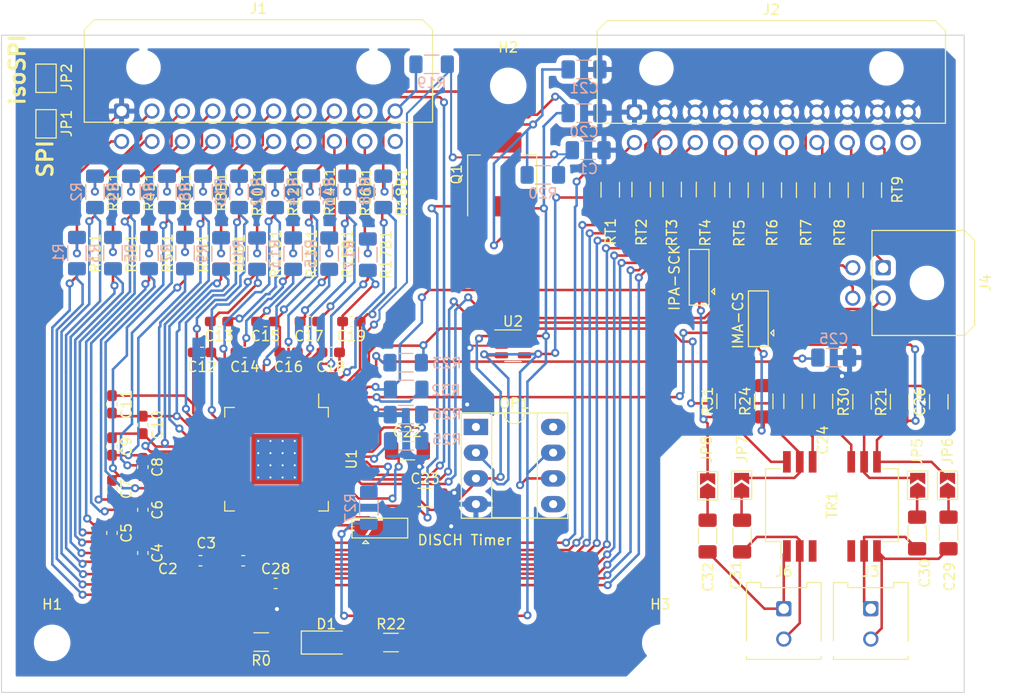
<source format=kicad_pcb>
(kicad_pcb (version 20221018) (generator pcbnew)
  (layers (0 "F.Cu" signal) (31 "B.Cu" signal) (34 "B.Paste" user) (35 "F.Paste" user) (36 "B.SilkS" user "B.Silkscreen") (37 "F.SilkS" user "F.Silkscreen") (38 "B.Mask" user) (39 "F.Mask" user) (44 "Edge.Cuts" user))
  (net 0 "")
  (footprint "Resistor_SMD:R_1206_3216Metric_Pad1.30x1.75mm_HandSolder" (layer "F.Cu") (at 173.1022 83.2118 90)
    (fp_text reference "RT7")
    (fp_text value "10k1%")
  )
  (footprint "Capacitor_SMD:C_0603_1608Metric_Pad1.08x0.95mm_HandSolder" (layer "F.Cu") (at 107.6986 110.566 -90)
    (fp_text reference "C8")
    (fp_text value "10u")
  )
  (footprint "Resistor_SMD:R_1206_3216Metric_Pad1.30x1.75mm_HandSolder" (layer "F.Cu") (at 132.1842 127.891)
    (fp_text reference "R22")
    (fp_text value "1-3k")
  )
  (footprint "Capacitor_SMD:C_0603_1608Metric_Pad1.08x0.95mm_HandSolder" (layer "F.Cu") (at 117.6057 119.8138)
    (fp_text reference "C2")
    (fp_text value "10u")
  )
  (footprint "Capacitor_SMD:C_1206_3216Metric_Pad1.33x1.80mm_HandSolder" (layer "F.Cu") (at 135.5493 113.5654)
    (fp_text reference "C23")
    (fp_text value "1u ")
  )
  (footprint "Capacitor_SMD:C_0603_1608Metric_Pad1.08x0.95mm_HandSolder" (layer "F.Cu") (at 113.3882 119.8138)
    (fp_text reference "C3")
    (fp_text value "10u")
  )
  (footprint "Capacitor_SMD:C_1206_3216Metric_Pad1.33x1.80mm_HandSolder" (layer "F.Cu") (at 186.2354 104.1166 90)
    (fp_text reference "C26")
    (fp_text value "10n")
  )
  (footprint "Resistor_SMD:R_1206_3216Metric_Pad1.30x1.75mm_HandSolder" (layer "F.Cu") (at 129.8982 89.5878 -90)
    (fp_text reference "R17B1")
    (fp_text value "33R")
  )
  (footprint "Resistor_SMD:R_1206_3216Metric_Pad1.30x1.75mm_HandSolder" (layer "F.Cu") (at 122.5322 89.4868 -90)
    (fp_text reference "R13B1")
    (fp_text value "33R")
  )
  (footprint "Jumper:SolderJumper-2_P1.3mm_Open_TrianglePad1.0x1.5mm" (layer "F.Cu") (at 166.779 112.36 90)
    (fp_text reference "JP7")
    (fp_text value "4Wire SPI")
  )
  (footprint "Resistor_SMD:R_1206_3216Metric_Pad1.30x1.75mm_HandSolder" (layer "F.Cu") (at 104.7522 89.4348 -90)
    (fp_text reference "R3B1")
    (fp_text value "33R")
  )
  (footprint "Capacitor_SMD:C_1206_3216Metric_Pad1.33x1.80mm_HandSolder" (layer "F.Cu") (at 184.1018 117.0706 -90)
    (fp_text reference "C30")
    (fp_text value "C_Small")
  )
  (footprint "MyFootprints:H0068ANL" (layer "F.Cu") (at 175.6949 114.3206)
    (fp_text reference "TR1")
    (fp_text value "H0068ANL")
  )
  (footprint "Resistor_SMD:R_1206_3216Metric_Pad1.30x1.75mm_HandSolder" (layer "F.Cu") (at 131.4222 83.3908 -90)
    (fp_text reference "R18B1")
    (fp_text value "33R")
  )
  (footprint "Capacitor_SMD:C_0603_1608Metric_Pad1.08x0.95mm_HandSolder" (layer "F.Cu") (at 124.0827 96.1918 180)
    (fp_text reference "C17")
    (fp_text value "10u")
  )
  (footprint "Resistor_SMD:R_1206_3216Metric_Pad1.30x1.75mm_HandSolder" (layer "F.Cu") (at 108.3082 89.4348 -90)
    (fp_text reference "R5B1")
    (fp_text value "33R")
  )
  (footprint "Resistor_SMD:R_1206_3216Metric_Pad1.30x1.75mm_HandSolder" (layer "F.Cu") (at 153.8222 83.1858 90)
    (fp_text reference "RT1")
    (fp_text value "10k1%")
  )
  (footprint "Capacitor_SMD:C_0603_1608Metric_Pad1.08x0.95mm_HandSolder" (layer "F.Cu") (at 107.6986 106.4015 -90)
    (fp_text reference "C10")
    (fp_text value "10u")
  )
  (footprint "LED_SMD:LED_1206_3216Metric_Pad1.42x1.75mm_HandSolder" (layer "F.Cu") (at 125.7977 127.891)
    (fp_text reference "D1")
    (fp_text value "LED")
  )
  (footprint "MountingHole:MountingHole_3.2mm_M3_DIN965" (layer "F.Cu") (at 143.7542 72.9218)
    (fp_text reference "H2")
    (fp_text value "MountingHole")
  )
  (footprint "Jumper:SolderJumper-3_P2.0mm_Open_TrianglePad1.0x1.5mm" (layer "F.Cu") (at 131.0854 116.6134)
    (fp_text reference "DISCH Timer")
    (fp_text value "DischTimer")
  )
  (footprint "Capacitor_SMD:C_1206_3216Metric_Pad1.33x1.80mm_HandSolder" (layer "F.Cu") (at 166.8298 117.3754 -90)
    (fp_text reference "C31")
    (fp_text value "C_Small")
  )
  (footprint "Resistor_SMD:R_1206_3216Metric_Pad1.30x1.75mm_HandSolder" (layer "F.Cu") (at 156.8702 83.1598 90)
    (fp_text reference "RT2")
    (fp_text value "10k1%")
  )
  (footprint "Project_Lib:Molex_Micro-Fit_3.0_43045-2000_2x10_P3.00mm_Horizontal" (layer "F.Cu") (at 156.2126 75.5162)
    (fp_text reference "J2")
    (fp_text value "Conn_02x10_Odd_Even" hide)
  )
  (footprint "Resistor_SMD:R_1206_3216Metric_Pad1.30x1.75mm_HandSolder" (layer "F.Cu") (at 120.7542 83.3908 -90)
    (fp_text reference "R12B1")
    (fp_text value "33R")
  )
  (footprint "Capacitor_SMD:C_0603_1608Metric_Pad1.08x0.95mm_HandSolder" (layer "F.Cu") (at 104.6506 108.534 -90)
    (fp_text reference "C9")
    (fp_text value "10u")
  )
  (footprint "Resistor_SMD:R_1206_3216Metric_Pad1.30x1.75mm_HandSolder" (layer "F.Cu") (at 182.3746 104.1166 90)
    (fp_text reference "R21")
    (fp_text value "51R")
  )
  (footprint "Connector_Molex:Molex_Micro-Fit_3.0_43045-0212_2x01_P3.00mm_Vertical" (layer "F.Cu") (at 179.5298 124.5486)
    (fp_text reference "J3")
    (fp_text value "ToSlave")
  )
  (footprint "Capacitor_SMD:C_1206_3216Metric_Pad1.33x1.80mm_HandSolder" (layer "F.Cu") (at 133.8098 108.9426)
    (fp_text reference "C22")
    (fp_text value "1u")
  )
  (footprint "Resistor_SMD:R_1206_3216Metric_Pad1.30x1.75mm_HandSolder" (layer "F.Cu") (at 106.5302 83.3908 -90)
    (fp_text reference "R4B1")
    (fp_text value "33R")
  )
  (footprint "Resistor_SMD:R_1206_3216Metric_Pad1.30x1.75mm_HandSolder" (layer "F.Cu") (at 168.9634 104.0658 90)
    (fp_text reference "R24")
    (fp_text value "51R")
  )
  (footprint "Capacitor_SMD:C_0603_1608Metric_Pad1.08x0.95mm_HandSolder" (layer "F.Cu") (at 120.805 122.049)
    (fp_text reference "C28")
    (fp_text value "10u")
  )
  (footprint "Capacitor_SMD:C_0603_1608Metric_Pad1.08x0.95mm_HandSolder" (layer "F.Cu") (at 104.6506 117.0695 -90)
    (fp_text reference "C5")
    (fp_text value "10u")
  )
  (footprint "Resistor_SMD:R_1206_3216Metric_Pad1.30x1.75mm_HandSolder" (layer "F.Cu") (at 163.2202 83.1598 90)
    (fp_text reference "RT4")
    (fp_text value "10k1%")
  )
  (footprint "Capacitor_SMD:C_0603_1608Metric_Pad1.08x0.95mm_HandSolder" (layer "F.Cu") (at 117.7592 99.2398 180)
    (fp_text reference "C14")
    (fp_text value "10u")
  )
  (footprint "Package_TO_SOT_SMD:SOT-223-3_TabPin2" (layer "F.Cu") (at 143.157 81.6634 90)
    (fp_text reference "Q1")
    (fp_text value "Q_NPN_BCE DZT5551")
  )
  (footprint "Resistor_SMD:R_1206_3216Metric_Pad1.30x1.75mm_HandSolder" (layer "F.Cu") (at 110.0862 83.3908 -90)
    (fp_text reference "R6B1")
    (fp_text value "33R")
  )
  (footprint "Resistor_SMD:R_1206_3216Metric_Pad1.30x1.75mm_HandSolder" (layer "F.Cu") (at 102.9742 83.3908 -90)
    (fp_text reference "R2B1")
    (fp_text value "33R")
  )
  (footprint "Capacitor_SMD:C_0603_1608Metric_Pad1.08x0.95mm_HandSolder" (layer "F.Cu") (at 128.2737 96.1918 180)
    (fp_text reference "C19")
    (fp_text value "10u")
  )
  (footprint "Resistor_SMD:R_1206_3216Metric_Pad1.30x1.75mm_HandSolder" (layer "F.Cu") (at 101.1962 89.4348 -90)
    (fp_text reference "R1B1")
    (fp_text value "33R")
  )
  (footprint "Jumper:SolderJumper-2_P1.3mm_Open_TrianglePad1.0x1.5mm" (layer "F.Cu") (at 184.1526 112.36 90)
    (fp_text reference "JP5")
    (fp_text value "4WireSPI")
  )
  (footprint "Jumper:SolderJumper-2_P1.3mm_Open_TrianglePad1.0x1.5mm" (layer "F.Cu") (at 98.1482 76.6708 90)
    (fp_text reference "JP1")
    (fp_text value "SPI Mode")
  )
  (footprint "Jumper:SolderJumper-2_P1.3mm_Open_TrianglePad1.0x1.5mm" (layer "F.Cu") (at 187.099 112.36 90)
    (fp_text reference "JP6")
    (fp_text value "4WireSPI")
  )
  (footprint "Jumper:SolderJumper-3_P2.0mm_Open_TrianglePad1.0x1.5mm" (layer "F.Cu") (at 162.6134 91.823 90)
    (fp_text reference "IPA-SCK")
    (fp_text value "IPA - SCK")
  )
  (footprint "Resistor_SMD:R_1206_3216Metric_Pad1.30x1.75mm_HandSolder" (layer "F.Cu") (at 119.3826 127.8402 180)
    (fp_text reference "R0")
    (fp_text value "10R")
  )
  (footprint "Resistor_SMD:R_1206_3216Metric_Pad1.30x1.75mm_HandSolder" (layer "F.Cu") (at 111.8642 89.4348 -90)
    (fp_text reference "R7B1")
    (fp_text value "33R")
  )
  (footprint "Capacitor_SMD:C_0603_1608Metric_Pad1.08x0.95mm_HandSolder" (layer "F.Cu") (at 119.7912 96.1918 180)
    (fp_text reference "C15")
    (fp_text value "10u")
  )
  (footprint "Capacitor_SMD:C_1206_3216Metric_Pad1.33x1.80mm_HandSolder" (layer "F.Cu") (at 171.859 104.0658 -90)
    (fp_text reference "C27" hide)
    (fp_text value "10n")
  )
  (footprint "Resistor_SMD:R_1206_3216Metric_Pad1.30x1.75mm_HandSolder" (layer "F.Cu") (at 165.255 104.0658 90)
    (fp_text reference "R31")
    (fp_text value "51R")
  )
  (footprint "Project_Lib:Molex_Micro-Fit_3.0_43045-2000_2x10_P3.00mm_Horizontal" (layer "F.Cu") (at 105.6032 75.4118)
    (fp_text reference "J1")
    (fp_text value "Conn_01x20_Female" hide)
  )
  (footprint "Connector_Molex:Molex_Micro-Fit_3.0_43045-0212_2x01_P3.00mm_Vertical" (layer "F.Cu") (at 170.9446 124.5486)
    (fp_text reference "J6")
    (fp_text value "ToMaster")
  )
  (footprint "Capacitor_SMD:C_0603_1608Metric_Pad1.08x0.95mm_HandSolder" (layer "F.Cu") (at 104.6506 104.3695 -90)
    (fp_text reference "C11")
    (fp_text value "10u")
  )
  (footprint "Resistor_SMD:R_1206_3216Metric_Pad1.30x1.75mm_HandSolder" (layer "F.Cu") (at 117.1982 83.3908 -90)
    (fp_text reference "R10B1")
    (fp_text value "33R")
  )
  (footprint "Capacitor_SMD:C_0603_1608Metric_Pad1.08x0.95mm_HandSolder" (layer "F.Cu") (at 104.6506 112.7515 -90)
    (fp_text reference "C7")
    (fp_text value "10u")
  )
  (footprint "Connector_Molex:Molex_Micro-Fit_3.0_43045-0400_2x02_P3.00mm_Horizontal" (layer "F.Cu") (at 180.747 90.8818 -90)
    (fp_text reference "J4")
    (fp_text value "Conn_02x02_Odd_Even")
  )
  (footprint "MountingHole:MountingHole_3.2mm_M3_DIN965" (layer "F.Cu") (at 98.7542 127.9218)
    (fp_text reference "H1")
    (fp_text value "MountingHole")
  )
  (footprint "Resistor_SMD:R_1206_3216Metric_Pad1.30x1.75mm_HandSolder" (layer "F.Cu") (at 126.0882 89.4868 -90)
    (fp_text reference "R15B1")
    (fp_text value "33R")
  )
  (footprint "Resistor_SMD:R_1206_3216Metric_Pad1.30x1.75mm_HandSolder" (layer "F.Cu") (at 127.8662 83.3908 -90)
    (fp_text reference "R16B1")
    (fp_text value "33R")
  )
  (footprint "Package_QFP:LQFP-64-1EP_10x10mm_P0.5mm_EP5x5mm_ThermalVias" (layer "F.Cu") (at 120.8902 109.7898 -90)
    (fp_text reference "U1")
    (fp_text value "ADBMS1818ASWAZ")
  )
  (footprint "Resistor_SMD:R_1206_3216Metric_Pad1.30x1.75mm_HandSolder" (layer "F.Cu") (at 178.6662 104.1166 90)
    (fp_text reference "R30")
    (fp_text value "51R")
  )
  (footprint "MountingHole:MountingHole_3.2mm_M3_DIN965" (layer "F.Cu") (at 158.7542 127.9218)
    (fp_text reference "H3")
    (fp_text value "MountingHole")
  )
  (footprint "Capacitor_SMD:C_0603_1608Metric_Pad1.08x0.95mm_HandSolder" (layer "F.Cu") (at 122.0772 99.2398 180)
    (fp_text reference "C16")
    (fp_text value "10u")
  )
  (footprint "Package_DIP:DIP-8_W7.62mm_Socket_LongPads" (layer "F.Cu") (at 140.5662 106.6058)
    (fp_text reference "OP1")
    (fp_text value "LT1636")
  )
  (footprint "Capacitor_SMD:C_0603_1608Metric_Pad1.08x0.95mm_HandSolder" (layer "F.Cu") (at 107.6986 119.0485 -90)
    (fp_text reference "C4")
    (fp_text value "10u")
  )
  (footprint "Jumper:SolderJumper-2_P1.3mm_Open_TrianglePad1.0x1.5mm" (layer "F.Cu") (at 98.1482 72.1728 -90)
    (fp_text reference "JP2")
    (fp_text value "isoSPI Mode")
  )
  (footprint "Capacitor_SMD:C_0603_1608Metric_Pad1.08x0.95mm_HandSolder" (layer "F.Cu") (at 115.2192 96.1918 180)
    (fp_text reference "C13")
    (fp_text value "10u")
  )
  (footprint "Resistor_SMD:R_1206_3216Metric_Pad1.30x1.75mm_HandSolder" (layer "F.Cu") (at 124.3102 83.3648 -90)
    (fp_text reference "R14B1")
    (fp_text value "33R")
  )
  (footprint "Resistor_SMD:R_1206_3216Metric_Pad1.30x1.75mm_HandSolder" (layer "F.Cu") (at 166.5222 83.2118 90)
    (fp_text reference "RT5")
    (fp_text value "10k1%")
  )
  (footprint "Resistor_SMD:R_1206_3216Metric_Pad1.30x1.75mm_HandSolder" (layer "F.Cu") (at 159.9302 83.1598 90)
    (fp_text reference "RT3")
    (fp_text value "10k1%")
  )
  (footprint "Resistor_SMD:R_1206_3216Metric_Pad1.30x1.75mm_HandSolder" (layer "F.Cu") (at 176.3922 83.2118 90)
    (fp_text reference "RT8")
    (fp_text value "10k1%")
  )
  (footprint "Resistor_SMD:R_1206_3216Metric_Pad1.30x1.75mm_HandSolder" (layer "F.Cu") (at 113.6422 83.3908 -90)
    (fp_text reference "R8B1")
    (fp_text value "33R")
  )
  (footprint "Resistor_SMD:R_1206_3216Metric_Pad1.30x1.75mm_HandSolder" (layer "F.Cu") (at 118.9762 89.4868 -90)
    (fp_text reference "R11B1")
    (fp_text value "33R")
  )
  (footprint "Capacitor_SMD:C_1206_3216Metric_Pad1.33x1.80mm_HandSolder" (layer "F.Cu") (at 174.8562 104.0658 90)
    (fp_text reference "C24")
    (fp_text value "10n")
  )
  (footprint "Capacitor_SMD:C_0603_1608Metric_Pad1.08x0.95mm_HandSolder" (layer "F.Cu") (at 126.2417 99.2398 180)
    (fp_text reference "C18")
    (fp_text value "10u")
  )
  (footprint "Capacitor_SMD:C_1206_3216Metric_Pad1.33x1.80mm_HandSolder" (layer "F.Cu") (at 187.2006 117.0706 -90)
    (fp_text reference "C29")
    (fp_text value "C_Small")
  )
  (footprint "Capacitor_SMD:C_0603_1608Metric_Pad1.08x0.95mm_HandSolder" (layer "F.Cu") (at 107.6986 114.7835 -90)
    (fp_text reference "C6")
    (fp_text value "10u")
  )
  (footprint "Resistor_SMD:R_1206_3216Metric_Pad1.30x1.75mm_HandSolder" (layer "F.Cu") (at 169.8122 83.2118 90)
    (fp_text reference "RT6")
    (fp_text value "10k1%")
  )
  (footprint "Resistor_SMD:R_1206_3216Metric_Pad1.30x1.75mm_HandSolder" (layer "F.Cu") (at 115.4202 89.4608 -90)
    (fp_text reference "R9B1")
    (fp_text value "33R")
  )
  (footprint "Jumper:SolderJumper-2_P1.3mm_Open_TrianglePad1.0x1.5mm" (layer "F.Cu") (at 163.4262 112.4108 90)
    (fp_text reference "JP8")
    (fp_text value "4WireSPI")
  )
  (footprint "Resistor_SMD:R_1206_3216Metric_Pad1.30x1.75mm_HandSolder" (layer "F.Cu") (at 179.6822 83.2118 90)
    (fp_text reference "RT9")
    (fp_text value "10k1%")
  )
  (footprint "Package_TO_SOT_SMD:SOT-23-5" (layer "F.Cu") (at 144.2238 98.5794)
    (fp_text reference "U2")
    (fp_text value "MAX9031AU")
  )
  (footprint "Capacitor_SMD:C_0603_1608Metric_Pad1.08x0.95mm_HandSolder" (layer "F.Cu") (at 113.5417 99.2398 180)
    (fp_text reference "C12")
    (fp_text value "10u")
  )
  (footprint "Jumper:SolderJumper-3_P2.0mm_Open_TrianglePad1.0x1.5mm" (layer "F.Cu") (at 168.4554 95.9186 90)
    (fp_text reference "IMA-CS")
    (fp_text value "IMA - CS")
  )
  (footprint "Capacitor_SMD:C_1206_3216Metric_Pad1.33x1.80mm_HandSolder" (layer "F.Cu") (at 163.4262 117.3754 -90)
    (fp_text reference "C32")
    (fp_text value "C_Small")
  )
  (footprint "Resistor_SMD:R_1206_3216Metric_Pad1.30x1.75mm_HandSolder" (layer "B.Cu") (at 133.6326 100.2558 180)
    (fp_text reference "R23")
    (fp_text value "100/120R")
  )
  (footprint "Resistor_SMD:R_1206_3216Metric_Pad1.30x1.75mm_HandSolder" (layer "B.Cu") (at 124.3102 83.3648 -90)
    (fp_text reference "R14")
    (fp_text value "10R")
  )
  (footprint "Resistor_SMD:R_1206_3216Metric_Pad1.30x1.75mm_HandSolder" (layer "B.Cu") (at 136.1974 70.7918)
    (fp_text reference "R19")
    (fp_text value "100R")
  )
  (footprint "Resistor_SMD:R_1206_3216Metric_Pad1.30x1.75mm_HandSolder" (layer "B.Cu") (at 131.4222 83.3908 -90)
    (fp_text reference "R18")
    (fp_text value "10R")
  )
  (footprint "Resistor_SMD:R_1206_3216Metric_Pad1.30x1.75mm_HandSolder" (layer "B.Cu") (at 147.1702 81.7138)
    (fp_text reference "R20")
    (fp_text value "100R")
  )
  (footprint "Capacitor_SMD:C_1206_3216Metric_Pad1.33x1.80mm_HandSolder" (layer "B.Cu") (at 151.2342 71.2998)
    (fp_text reference "C21")
    (fp_text value "0u1 100V")
  )
  (footprint "Resistor_SMD:R_1206_3216Metric_Pad1.30x1.75mm_HandSolder" (layer "B.Cu") (at 104.7522 89.4348 -90)
    (fp_text reference "R3")
    (fp_text value "10R")
  )
  (footprint "Resistor_SMD:R_1206_3216Metric_Pad1.30x1.75mm_HandSolder" (layer "B.Cu") (at 110.0862 83.3908 -90)
    (fp_text reference "R6")
    (fp_text value "10R")
  )
  (footprint "Capacitor_SMD:C_1206_3216Metric_Pad1.33x1.80mm_HandSolder" (layer "B.Cu") (at 175.8722 99.7478 180)
    (fp_text reference "C25")
    (fp_text value "10n")
  )
  (footprint "Resistor_SMD:R_1206_3216Metric_Pad1.30x1.75mm_HandSolder" (layer "B.Cu") (at 133.6834 107.9774)
    (fp_text reference "R25")
    (fp_text value "R")
  )
  (footprint "Resistor_SMD:R_1206_3216Metric_Pad1.30x1.75mm_HandSolder" (layer "B.Cu") (at 120.7542 83.3908 -90)
    (fp_text reference "R12")
    (fp_text value "10R")
  )
  (footprint "Resistor_SMD:R_1206_3216Metric_Pad1.30x1.75mm_HandSolder" (layer "B.Cu") (at 126.0882 89.4868 -90)
    (fp_text reference "R15")
    (fp_text value "10R")
  )
  (footprint "Resistor_SMD:R_1206_3216Metric_Pad1.30x1.75mm_HandSolder" (layer "B.Cu") (at 115.4202 89.4868 -90)
    (fp_text reference "R9")
    (fp_text value "10R")
  )
  (footprint "Resistor_SMD:R_1206_3216Metric_Pad1.30x1.75mm_HandSolder" (layer "B.Cu") (at 133.6834 102.8974)
    (fp_text reference "R32")
    (fp_text value "100/120R")
  )
  (footprint "Resistor_SMD:R_1206_3216Metric_Pad1.30x1.75mm_HandSolder" (layer "B.Cu") (at 129.8982 89.5878 -90)
    (fp_text reference "R17")
    (fp_text value "10R")
  )
  (footprint "Resistor_SMD:R_1206_3216Metric_Pad1.30x1.75mm_HandSolder" (layer "B.Cu") (at 133.6586 105.3866 180)
    (fp_text reference "R26")
    (fp_text value "R")
  )
  (footprint "Resistor_SMD:R_1206_3216Metric_Pad1.30x1.75mm_HandSolder" (layer "B.Cu") (at 106.5302 83.3908 -90)
    (fp_text reference "R4")
    (fp_text value "10R")
  )
  (footprint "Resistor_SMD:R_1206_3216Metric_Pad1.30x1.75mm_HandSolder" (layer "B.Cu") (at 127.8662 83.3908 -90)
    (fp_text reference "R16")
    (fp_text value "10R")
  )
  (footprint "Resistor_SMD:R_1206_3216Metric_Pad1.30x1.75mm_HandSolder" (layer "B.Cu") (at 129.9998 114.5814 -90)
    (fp_text reference "R27")
    (fp_text value "R")
  )
  (footprint "Resistor_SMD:R_1206_3216Metric_Pad1.30x1.75mm_HandSolder" (layer "B.Cu") (at 111.8642 89.4348 -90)
    (fp_text reference "R7")
    (fp_text value "10R")
  )
  (footprint "Resistor_SMD:R_1206_3216Metric_Pad1.30x1.75mm_HandSolder" (layer "B.Cu") (at 122.5322 89.4868 -90)
    (fp_text reference "R13")
    (fp_text value "10R")
  )
  (footprint "Resistor_SMD:R_1206_3216Metric_Pad1.30x1.75mm_HandSolder" (layer "B.Cu") (at 101.1962 89.4348 -90)
    (fp_text reference "R1")
    (fp_text value "10R")
  )
  (footprint "Resistor_SMD:R_1206_3216Metric_Pad1.30x1.75mm_HandSolder" (layer "B.Cu") (at 117.1982 83.3908 -90)
    (fp_text reference "R10")
    (fp_text value "10R")
  )
  (footprint "Resistor_SMD:R_1206_3216Metric_Pad1.30x1.75mm_HandSolder" (layer "B.Cu") (at 113.6422 83.3908 -90)
    (fp_text reference "R8")
    (fp_text value "10R")
  )
  (footprint "Resistor_SMD:R_1206_3216Metric_Pad1.30x1.75mm_HandSolder" (layer "B.Cu") (at 102.9742 83.3908 -90)
    (fp_text reference "R2")
    (fp_text value "10R")
  )
  (footprint "Resistor_SMD:R_1206_3216Metric_Pad1.30x1.75mm_HandSolder" (layer "B.Cu") (at 108.3082 89.4348 -90)
    (fp_text reference "R5")
    (fp_text value "10R")
  )
  (footprint "Resistor_SMD:R_1206_3216Metric_Pad1.30x1.75mm_HandSolder" (layer "B.Cu") (at 118.9762 89.4868 -90)
    (fp_text reference "R11")
    (fp_text value "10R")
  )
  (footprint "Capacitor_SMD:C_1206_3216Metric_Pad1.33x1.80mm_HandSolder" (layer "B.Cu") (at 151.6406 79.2754)
    (fp_text reference "C1")
    (fp_text value "100n 100V")
  )
  (footprint "Capacitor_SMD:C_1206_3216Metric_Pad1.33x1.80mm_HandSolder" (layer "B.Cu") (at 151.2342 75.6178)
    (fp_text reference "C20")
    (fp_text value "1u ")
  )
  (gr_rect (start 93.7542 67.9218) (end 188.7502 132.8189) (stroke (width 0.1)) (fill none) (layer "Edge.Cuts"))
  (gr_text "SPI" (at 98.95 82.15 90) (layer "F.SilkS") (effects (font (size 1.5 1.5) (thickness 0.3) bold) (justify left bottom)))
  (gr_text "isoSPI" (at 96.2 75 90) (layer "F.SilkS") (effects (font (size 1.5 1.5) (thickness 0.3) bold) (justify left bottom)))
  (segment (start 120.6032 75.4118) (end 119.5282 76.4868) (width 0.25) (layer "F.Cu") (net 0))
  (segment (start 172.519398 85.980998) (end 170.864596 87.6358) (width 0.25) (layer "F.Cu") (net 0))
  (segment (start 145.7478 76.0242) (end 141.4298 76.0242) (width 0.25) (layer "F.Cu") (net 0))
  (segment (start 118.6217 100.4093) (end 118.6217 99.2398) (width 0.25) (layer "F.Cu") (net 0))
  (segment (start 114.3567 96.1918) (end 114.3567 99.1923) (width 0.25) (layer "F.Cu") (net 0))
  (segment (start 114.723396 123.1666) (end 117.6057 120.284296) (width 0.25) (layer "F.Cu") (net 0))
  (segment (start 120.6402 101.511404) (end 120.6402 104.1148) (width 0.25) (layer "F.Cu") (net 0))
  (segment (start 156.6337 91.1263) (end 155.823916 91.1263) (width 0.25) (layer "F.Cu") (net 0))
  (segment (start 122.5322 91.0368) (end 122.5322 91.2134) (width 0.25) (layer "F.Cu") (net 0))
  (segment (start 122.1402 104.1148) (end 122.1402 102.0702) (width 0.25) (layer "F.Cu") (net 0))
  (segment (start 116.7432 119.8138) (end 116.7432 119.202) (width 0.25) (layer "F.Cu") (net 0))
  (segment (start 101.6567 119.0485) (end 111.7151 119.0485) (width 0.25) (layer "F.Cu") (net 0))
  (segment (start 164.943 94.650996) (end 164.943 91.6778) (width 0.25) (layer "F.Cu") (net 0))
  (segment (start 113.9826 106.5398) (end 115.2152 106.5398) (width 0.25) (layer "F.Cu") (net 0))
  (segment (start 124.3102 86.1842) (end 124.077301 86.417099) (width 0.25) (layer "F.Cu") (net 0))
  (segment (start 117.1982 81.8408) (end 117.1982 83.3648) (width 0.25) (layer "F.Cu") (net 0))
  (segment (start 173.8842 94.9568) (end 172.846 93.9186) (width 0.25) (layer "F.Cu") (net 0))
  (segment (start 115.4202 80.5948) (end 115.4202 87.9108) (width 0.25) (layer "F.Cu") (net 0))
  (segment (start 124.1402 103.274114) (end 124.1402 104.1148) (width 0.25) (layer "F.Cu") (net 0))
  (segment (start 179.6822 84.7618) (end 180.8822 83.5618) (width 0.25) (layer "F.Cu") (net 0))
  (segment (start 127.779718 108.0398) (end 126.5652 108.0398) (width 0.2) (layer "F.Cu") (net 0))
  (segment (start 101.1962 87.8848) (end 101.1962 89.4608) (width 0.25) (layer "F.Cu") (net 0))
  (segment (start 125.724514 112.0398) (end 126.5652 112.0398) (width 0.25) (layer "F.Cu") (net 0))
  (segment (start 135.3846 98.5286) (end 137.024 96.8892) (width 0.25) (layer "F.Cu") (net 0))
  (segment (start 101.755 117.0198) (end 101.8047 117.0695) (width 0.25) (layer "F.Cu") (net 0))
  (segment (start 119.9414 95.1791) (end 118.9287 96.1918) (width 0.25) (layer "F.Cu") (net 0))
  (segment (start 113.0326 96.903) (end 113.0326 98.8864) (width 0.25) (layer "F.Cu") (net 0))
  (segment (start 159.2352 86.7358) (end 156.2937 89.6773) (width 0.25) (layer "F.Cu") (net 0))
  (segment (start 119.9414 95.125) (end 119.9414 95.1791) (width 0.25) (layer "F.Cu") (net 0))
  (segment (start 160.403582 88.0858) (end 156.638598 91.850784) (width 0.25) (layer "F.Cu") (net 0))
  (segment (start 186.2354 102.5541) (end 178.6787 102.5541) (width 0.25) (layer "F.Cu") (net 0))
  (segment (start 184.1018 113.1358) (end 184.1526 113.085) (width 0.25) (layer "F.Cu") (net 0))
  (segment (start 141.1098 97.6294) (end 140.871 97.8682) (width 0.25) (layer "F.Cu") (net 0))
  (segment (start 111.3054 106.7582) (end 112.587 108.0398) (width 0.25) (layer "F.Cu") (net 0))
  (segment (start 121.2147 99.2398) (end 121.2147 96.7528) (width 0.25) (layer "F.Cu") (net 0))
  (segment (start 124.869722 101.2718) (end 123.1402 103.001322) (width 0.25) (layer "F.Cu") (net 0))
  (segment (start 166.6266 77.1926) (end 169.573 77.1926) (width 0.25) (layer "F.Cu") (net 0))
  (segment (start 140.1327 98.5794) (end 139.9295 98.7826) (width 0.2) (layer "F.Cu") (net 0))
  (segment (start 126.0882 91.0368) (end 126.0882 91.554376) (width 0.25) (layer "F.Cu") (net 0))
  (segment (start 128.7806 104.5738) (end 128.7806 106.437878) (width 0.25) (layer "F.Cu") (net 0))
  (segment (start 165.4074 91.2134) (end 176.177 91.2134) (width 0.25) (layer "F.Cu") (net 0))
  (segment (start 180.1394 118.8486) (end 180.6048 119.314) (width 0.25) (layer "F.Cu") (net 0))
  (segment (start 112.3889 122.1506) (end 114.2507 120.2888) (width 0.25) (layer "F.Cu") (net 0))
  (segment (start 107.8532 78.4118) (end 104.7522 81.5128) (width 0.25) (layer "F.Cu") (net 0))
  (segment (start 178.6154 80.595) (end 179.6822 81.6618) (width 0.25) (layer "F.Cu") (net 0))
  (segment (start 124.9706 99.2398) (end 125.3792 99.2398) (width 0.25) (layer "F.Cu") (net 0))
  (segment (start 110.0862 86.320906) (end 109.718454 86.688652) (width 0.25) (layer "F.Cu") (net 0))
  (segment (start 109.450904 117.0695) (end 113.480604 113.0398) (width 0.25) (layer "F.Cu") (net 0))
  (segment (start 116.818596 118.0358) (end 118.1402 116.714196) (width 0.25) (layer "F.Cu") (net 0))
  (segment (start 129.1362 100.9162) (end 127.5614 102.491) (width 0.25) (layer "F.Cu") (net 0))
  (segment (start 132.9462 109.6415) (end 132.2473 108.9426) (width 0.25) (layer "F.Cu") (net 0))
  (segment (start 153.0354 83.949) (end 153.8222 84.7358) (width 0.25) (layer "F.Cu") (net 0))
  (segment (start 125.959118 118.7608) (end 149.755799 118.7608) (width 0.25) (layer "F.Cu") (net 0))
  (segment (start 121.1402 115.4648) (end 121.1402 117.123862) (width 0.25) (layer "F.Cu") (net 0))
  (segment (start 108.9708 118.186) (end 107.6986 118.186) (width 0.25) (layer "F.Cu") (net 0))
  (segment (start 114.2507 120.2888) (end 114.2507 119.8138) (width 0.25) (layer "F.Cu") (net 0))
  (segment (start 122.0772 100.074404) (end 120.6402 101.511404) (width 0.25) (layer "F.Cu") (net 0))
  (segment (start 137.003 74.0358) (end 137.1118 74.1446) (width 0.25) (layer "F.Cu") (net 0))
  (segment (start 131.3206 85.0666) (end 131.3206 86.2858) (width 0.25) (layer "F.Cu") (net 0))
  (segment (start 150.330396 119.2108) (end 151.496798 118.044398) (width 0.25) (layer "F.Cu") (net 0))
  (segment (start 163.1134 89.323) (end 162.6134 89.823) (width 0.25) (layer "F.Cu") (net 0))
  (segment (start 123.7006 95.0742) (end 123.7006 95.7114) (width 0.25) (layer "F.Cu") (net 0))
  (segment (start 137.9246 116.6134) (end 138.1278 116.4102) (width 0.2) (layer "F.Cu") (net 0))
  (segment (start 171.2126 83.3614) (end 171.2126 78.5162) (width 0.25) (layer "F.Cu") (net 0))
  (segment (start 118.6402 117.305) (end 118.6402 115.4648) (width 0.25) (layer "F.Cu") (net 0))
  (segment (start 177.5922 83.5618) (end 177.5922 78.8958) (width 0.25) (layer "F.Cu") (net 0))
  (segment (start 129.9998 99.3414) (end 129.9998 99.2398) (width 0.25) (layer "F.Cu") (net 0))
  (segment (start 130.6342 127.891) (end 127.2852 127.891) (width 0.25) (layer "F.Cu") (net 0))
  (segment (start 153.8222 84.7358) (end 153.5422 85.0158) (width 0.25) (layer "F.Cu") (net 0))
  (segment (start 104.8538 73.4842) (end 102.8174 71.4478) (width 0.25) (layer "F.Cu") (net 0))
  (segment (start 110.5282 78.850404) (end 107.537804 81.8408) (width 0.25) (layer "F.Cu") (net 0))
  (segment (start 165.001 90.9086) (end 165.1534 90.7562) (width 0.25) (layer "F.Cu") (net 0))
  (segment (start 160.7338 77.1926) (end 160.6802 77.2462) (width 0.25) (layer "F.Cu") (net 0))
  (segment (start 186.2354 105.6406) (end 184.7622 104.1674) (width 0.2) (layer "F.Cu") (net 0))
  (segment (start 105.7682 74.0358) (end 137.003 74.0358) (width 0.25) (layer "F.Cu") (net 0))
  (segment (start 104.7522 110.6698) (end 104.7522 110.8189) (width 0.25) (layer "F.Cu") (net 0))
  (segment (start 158.7302 82.8498) (end 158.7302 78.9986) (width 0.25) (layer "F.Cu") (net 0))
  (segment (start 113.6422 81.736404) (end 113.6422 81.8408) (width 0.25) (layer "F.Cu") (net 0))
  (segment (start 117.6032 78.4118) (end 115.4202 80.5948) (width 0.25) (layer "F.Cu") (net 0))
  (segment (start 137.024 96.8892) (end 159.593095 96.8892) (width 0.25) (layer "F.Cu") (net 0))
  (segment (start 129.9998 101.254681) (end 129.9998 99.3414) (width 0.25) (layer "F.Cu") (net 0))
  (segment (start 102.9742 84.9408) (end 102.9742 85.727) (width 0.25) (layer "F.Cu") (net 0))
  (segment (start 119.5282 78.7488) (end 117.1982 81.0788) (width 0.25) (layer "F.Cu") (net 0))
  (segment (start 121.2147 96.7528) (end 120.6537 96.1918) (width 0.25) (layer "F.Cu") (net 0))
  (segment (start 98.1482 75.9458) (end 98.1482 72.8978) (width 0.25) (layer "F.Cu") (net 0))
  (segment (start 136.3998 84.8134) (end 140.857 84.8134) (width 0.25) (layer "F.Cu") (net 0))
  (segment (start 168.4554 98.8842) (end 168.9634 99.3922) (width 0.25) (layer "F.Cu") (net 0))
  (segment (start 115.773775 98.87249) (end 115.773775 99.972979) (width 0.25) (layer "F.Cu") (net 0))
  (segment (start 183.4414 98.4778) (end 183.8986 98.935) (width 0.25) (layer "F.Cu") (net 0))
  (segment (start 121.6402 101.872296) (end 121.6402 104.1148) (width 0.25) (layer "F.Cu") (net 0))
  (segment (start 101.755 120.1186) (end 101.9626 119.911) (width 0.25) (layer "F.Cu") (net 0))
  (segment (start 150.905117 119.6608) (end 152.495974 118.069943) (width 0.25) (layer "F.Cu") (net 0))
  (segment (start 135.2334 106.6566) (end 131.473 106.6566) (width 0.25) (layer "F.Cu") (net 0))
  (segment (start 156.046984 88.204016) (end 152.565971 88.204016) (width 0.25) (layer "F.Cu") (net 0))
  (segment (start 126.4438 101.2718) (end 124.869722 101.2718) (width 0.25) (layer "F.Cu") (net 0))
  (segment (start 180.6048 126.4736) (end 179.5298 127.5486) (width 0.25) (layer "F.Cu") (net 0))
  (segment (start 104.7522 110.8189) (end 105.3618 111.4285) (width 0.25) (layer "F.Cu") (net 0))
  (segment (start 157.2876 78.7592) (end 158.8542 77.1926) (width 0.25) (layer "F.Cu") (net 0))
  (segment (start 127.306002 101.7218) (end 125.056118 101.7218) (width 0.25) (layer "F.Cu") (net 0))
  (segment (start 170.4542 100.8218) (end 171.4542 99.8218) (width 0.25) (layer "F.Cu") (net 0))
  (segment (start 153.536809 121.221462) (end 153.213471 121.5448) (width 0.25) (layer "F.Cu") (net 0))
  (segment (start 107.6986 109.7035) (end 107.8623 109.5398) (width 0.25) (layer "F.Cu") (net 0))
  (segment (start 165.255 90.6546) (end 165.001 90.9086) (width 0.25) (layer "F.Cu") (net 0))
  (segment (start 138.4834 73.4842) (end 104.8538 73.4842) (width 0.25) (layer "F.Cu") (net 0))
  (segment (start 129.8982 102.6434) (end 128.1152 104.4264) (width 0.25) (layer "F.Cu") (net 0))
  (segment (start 118.9762 91.0368) (end 118.9762 91.357202) (width 0.25) (layer "F.Cu") (net 0))
  (segment (start 161.3572 93.0792) (end 162.6134 91.823) (width 0.25) (layer "F.Cu") (net 0))
  (segment (start 142.8522 111.6858) (end 140.5662 111.6858) (width 0.25) (layer "F.Cu") (net 0))
  (segment (start 110.7402 111.5398) (end 115.2152 111.5398) (width 0.25) (layer "F.Cu") (net 0))
  (segment (start 125.5282 80.5968) (end 124.3102 81.8148) (width 0.25) (layer "F.Cu") (net 0))
  (segment (start 130.663704 92.371097) (end 127.4112 95.623601) (width 0.25) (layer "F.Cu") (net 0))
  (segment (start 126.5652 108.5398) (end 128.9802 108.5398) (width 0.2) (layer "F.Cu") (net 0))
  (segment (start 104.7522 81.5128) (end 104.7522 87.8848) (width 0.25) (layer "F.Cu") (net 0))
  (segment (start 170.9446 127.5486) (end 172.5194 125.9738) (width 0.25) (layer "F.Cu") (net 0))
  (segment (start 185.5106 110.0466) (end 180.1399 110.0466) (width 0.25) (layer "F.Cu") (net 0))
  (segment (start 153.213471 121.5448) (end 124.924742 121.5448) (width 0.25) (layer "F.Cu") (net 0))
  (segment (start 158.8542 86.2858) (end 156.1872 88.9528) (width 0.25) (layer "F.Cu") (net 0))
  (segment (start 131.2833 100.1544) (end 169.6236 100.1544) (width 0.25) (layer "F.Cu") (net 0))
  (segment (start 110.0862 84.9408) (end 110.0862 86.320906) (width 0.25) (layer "F.Cu") (net 0))
  (segment (start 161.1302 79.5986) (end 162.2126 78.5162) (width 0.25) (layer "F.Cu") (net 0))
  (segment (start 163.731 81.099) (end 163.2202 81.6098) (width 0.25) (layer "F.Cu") (net 0))
  (segment (start 107.228104 110.566) (end 108.169096 110.566) (width 0.25) (layer "F.Cu") (net 0))
  (segment (start 162.6134 94.9726) (end 162.7658 95.125) (width 0.25) (layer "F.Cu") (net 0))
  (segment (start 123.1402 115.4648) (end 123.1402 116.578278) (width 0.25) (layer "F.Cu") (net 0))
  (segment (start 127.8674 114.842) (end 135.0864 114.842) (width 0.25) (layer "F.Cu") (net 0))
  (segment (start 105.2116 115.646) (end 104.6506 116.207) (width 0.25) (layer "F.Cu") (net 0))
  (segment (start 127.8662 84.9408) (end 127.8662 86.2858) (width 0.25) (layer "F.Cu") (net 0))
  (segment (start 116.8967 99.2398) (end 116.8967 99.957092) (width 0.25) (layer "F.Cu") (net 0))
  (segment (start 175.372574 104.269) (end 176.770174 105.6666) (width 0.25) (layer "F.Cu") (net 0))
  (segment (start 143.157 87.8606) (end 142.3442 88.6734) (width 0.25) (layer "F.Cu") (net 0))
  (segment (start 122.9397 99.8483) (end 121.1402 101.6478) (width 0.25) (layer "F.Cu") (net 0))
  (segment (start 148.2878 99.3922) (end 148.3894 99.2906) (width 0.25) (layer "F.Cu") (net 0))
  (segment (start 115.222576 95.325924) (end 116.11486 95.325924) (width 0.25) (layer "F.Cu") (net 0))
  (segment (start 107.6986 107.264) (end 108.9744 108.5398) (width 0.25) (layer "F.Cu") (net 0))
  (segment (start 174.739596 79.043196) (end 174.2126 78.5162) (width 0.25) (layer "F.Cu") (net 0))
  (segment (start 154.9132 86.6668) (end 156.8702 84.7098) (width 0.25) (layer "F.Cu") (net 0))
  (segment (start 103.3298 113.7686) (end 104.496 113.7686) (width 0.25) (layer "F.Cu") (net 0))
  (segment (start 165.255 102.5158) (end 168.9634 102.5158) (width 0.25) (layer "F.Cu") (net 0))
  (segment (start 129.2378 113.667) (end 132.3366 113.667) (width 0.25) (layer "F.Cu") (net 0))
  (segment (start 109.298504 114.7835) (end 112.042204 112.0398) (width 0.25) (layer "F.Cu") (net 0))
  (segment (start 147.2718 85.0158) (end 145.6594 85.0158) (width 0.25) (layer "F.Cu") (net 0))
  (segment (start 178.8704 105.8708) (end 178.6662 105.6666) (width 0.25) (layer "F.Cu") (net 0))
  (segment (start 130.7618 103.6594) (end 160.5814 103.6594) (width 0.25) (layer "F.Cu") (net 0))
  (segment (start 117.6402 115.4648) (end 117.6402 116.5778) (width 0.25) (layer "F.Cu") (net 0))
  (segment (start 179.5298 124.5486) (end 178.8699 123.8887) (width 0.25) (layer "F.Cu") (net 0))
  (segment (start 175.5166 80.7862) (end 176.3922 81.6618) (width 0.25) (layer "F.Cu") (net 0))
  (segment (start 172.7226 77.1926) (end 175.5166 77.1926) (width 0.25) (layer "F.Cu") (net 0))
  (segment (start 111.8642 87.8848) (end 111.8642 89.3338) (width 0.25) (layer "F.Cu") (net 0))
  (segment (start 98.1482 75.9458) (end 100.0582 74.0358) (width 0.25) (layer "F.Cu") (net 0))
  (segment (start 123.2202 96.1918) (end 123.2202 98.9593) (width 0.25) (layer "F.Cu") (net 0))
  (segment (start 168.3041 117.4636) (end 172.1944 117.4636) (width 0.25) (layer "F.Cu") (net 0))
  (segment (start 116.6394 117.5786) (end 114.0486 117.5786) (width 0.25) (layer "F.Cu") (net 0))
  (segment (start 113.6422 86.2858) (end 113.383901 86.544099) (width 0.25) (layer "F.Cu") (net 0))
  (segment (start 135.2322 93.8042) (end 135.9572 93.0792) (width 0.25) (layer "F.Cu") (net 0))
  (segment (start 126.5652 110.0398) (end 129.785472 110.0398) (width 0.25) (layer "F.Cu") (net 0))
  (segment (start 163.293996 96.3) (end 164.943 94.650996) (width 0.25) (layer "F.Cu") (net 0))
  (segment (start 172.7458 99.8218) (end 172.7734 99.8494) (width 0.25) (layer "F.Cu") (net 0))
  (segment (start 101.755 123.1666) (end 114.723396 123.1666) (width 0.25) (layer "F.Cu") (net 0))
  (segment (start 178.8828 117.4636) (end 178.8699 117.4765) (width 0.25) (layer "F.Cu") (net 0))
  (segment (start 123.6402 103.137718) (end 123.6402 104.1148) (width 0.25) (layer "F.Cu") (net 0))
  (segment (start 129.6032 87.7428) (end 129.8982 88.0378) (width 0.25) (layer "F.Cu") (net 0))
  (segment (start 145.6594 85.0158) (end 145.457 84.8134) (width 0.25) (layer "F.Cu") (net 0))
  (segment (start 169.0369 124.5486) (end 170.9446 124.5486) (width 0.25) (layer "F.Cu") (net 0))
  (segment (start 122.1402 116.85107) (end 125.48393 120.1948) (width 0.25) (layer "F.Cu") (net 0))
  (segment (start 102.771 116.207) (end 104.6506 116.207) (width 0.25) (layer "F.Cu") (net 0))
  (segment (start 125.056118 101.7218) (end 123.6402 103.137718) (width 0.25) (layer "F.Cu") (net 0))
  (segment (start 163.2202 84.7098) (end 165.2126 82.7174) (width 0.25) (layer "F.Cu") (net 0))
  (segment (start 114.0486 117.5786) (end 112.5257 119.1015) (width 0.25) (layer "F.Cu") (net 0))
  (segment (start 175.878898 85.911498) (end 175.359398 86.430998) (width 0.25) (layer "F.Cu") (net 0))
  (segment (start 119.5282 76.4868) (end 119.5282 78.7488) (width 0.25) (layer "F.Cu") (net 0))
  (segment (start 113.3882 119.343304) (end 114.695704 118.0358) (width 0.25) (layer "F.Cu") (net 0))
  (segment (start 187.2006 113.1866) (end 187.099 113.085) (width 0.25) (layer "F.Cu") (net 0))
  (segment (start 158.7302 78.9986) (end 159.2126 78.5162) (width 0.25) (layer "F.Cu") (net 0))
  (segment (start 173.1022 84.7618) (end 174.739596 83.124404) (width 0.25) (layer "F.Cu") (net 0))
  (segment (start 176.3922 84.7618) (end 175.173002 85.980998) (width 0.25) (layer "F.Cu") (net 0))
  (segment (start 180.6048 119.314) (end 180.6048 126.4736) (width 0.25) (layer "F.Cu") (net 0))
  (segment (start 145.5821 111.6858) (end 148.1862 111.6858) (width 0.25) (layer "F.Cu") (net 0))
  (segment (start 138.377501 94.206301) (end 140.4712 96.3) (width 0.25) (layer "F.Cu") (net 0))
  (segment (start 116.8967 99.957092) (end 118.1402 101.200592) (width 0.25) (layer "F.Cu") (net 0))
  (segment (start 107.6986 115.646) (end 109.0724 115.646) (width 0.25) (layer "F.Cu") (net 0))
  (segment (start 171.3002 98.4778) (end 183.4414 98.4778) (width 0.25) (layer "F.Cu") (net 0))
  (segment (start 118.9762 91.357202) (end 118.057501 92.275901) (width 0.25) (layer "F.Cu") (net 0))
  (segment (start 160.5052 88.0858) (end 160.403582 88.0858) (width 0.25) (layer "F.Cu") (net 0))
  (segment (start 131.4222 84.9408) (end 131.4222 84.965) (width 0.25) (layer "F.Cu") (net 0))
  (segment (start 126.5652 111.0398) (end 128.717404 111.0398) (width 0.25) (layer "F.Cu") (net 0))
  (segment (start 130.6602 98.5794) (end 135.3338 98.5794) (width 0.25) (layer "F.Cu") (net 0))
  (segment (start 124.1402 116.305486) (end 124.1402 115.4648) (width 0.25) (layer "F.Cu") (net 0))
  (segment (start 160.6802 77.2462) (end 160.6802 78.8718) (width 0.25) (layer "F.Cu") (net 0))
  (segment (start 129.4918 105.0818) (end 129.4918 106.327718) (width 0.2) (layer "F.Cu") (net 0))
  (segment (start 113.3062 107.5398) (end 115.2152 107.5398) (width 0.25) (layer "F.Cu") (net 0))
  (segment (start 131.1174 108.2822) (end 130.3598 109.0398) (width 0.25) (layer "F.Cu") (net 0))
  (segment (start 135.0864 114.842) (end 135.791 115.5466) (width 0.25) (layer "F.Cu") (net 0))
  (segment (start 118.9287 96.1918) (end 118.9287 98.9328) (width 0.25) (layer "F.Cu") (net 0))
  (segment (start 186.2354 105.6791) (end 186.2354 105.6406) (width 0.2) (layer "F.Cu") (net 0))
  (segment (start 105.0581 107.264) (end 104.6506 107.6715) (width 0.25) (layer "F.Cu") (net 0))
  (segment (start 114.6032 78.4118) (end 111.8642 81.1508) (width 0.25) (layer "F.Cu") (net 0))
  (segment (start 126.0882 91.554376) (end 125.3637 92.278876) (width 0.25) (layer "F.Cu") (net 0))
  (segment (start 166.6266 77.1926) (end 166.5222 77.297) (width 0.25) (layer "F.Cu") (net 0))
  (segment (start 169.573 77.1926) (end 169.8122 77.4318) (width 0.25) (layer "F.Cu") (net 0))
  (segment (start 129.271408 112.2302) (end 137.649087 112.2302) (width 0.25) (layer "F.Cu") (net 0))
  (segment (start 101.788388 117.932) (end 104.6506 117.932) (width 0.25) (layer "F.Cu") (net 0))
  (segment (start 126.5652 113.0398) (end 127.405886 113.0398) (width 0.25) (layer "F.Cu") (net 0))
  (segment (start 125.3792 96.6258) (end 124.9452 96.1918) (width 0.25) (layer "F.Cu") (net 0))
  (segment (start 153.8222 81.6358) (end 153.8222 80.9066) (width 0.25) (layer "F.Cu") (net 0))
  (segment (start 101.8058 121.1346) (end 112.537896 121.1346) (width 0.25) (layer "F.Cu") (net 0))
  (segment (start 178.6154 77.1926) (end 178.6154 80.595) (width 0.25) (layer "F.Cu") (net 0))
  (segment (start 117.1982 84.9408) (end 117.1982 86.1842) (width 0.25) (layer "F.Cu") (net 0))
  (segment (start 171.992 111.635) (end 172.5204 111.1066) (width 0.25) (layer "F.Cu") (net 0))
  (segment (start 111.6032 75.4118) (end 110.5282 76.4868) (width 0.25) (layer "F.Cu") (net 0))
  (segment (start 124.3102 81.8148) (end 124.3102 83.2378) (width 0.25) (layer "F.Cu") (net 0))
  (segment (start 153.565098 122.220564) (end 124.96411 122.220564) (width 0.25) (layer "F.Cu") (net 0))
  (segment (start 112.537896 121.1346) (end 113.3882 120.284296) (width 0.25) (layer "F.Cu") (net 0))
  (segment (start 119.9425 122.049) (end 119.9425 125.7303) (width 0.25) (layer "F.Cu") (net 0))
  (segment (start 127.836501 101.191301) (end 127.306002 101.7218) (width 0.25) (layer "F.Cu") (net 0))
  (segment (start 124.923314 102.491) (end 124.1402 103.274114) (width 0.25) (layer "F.Cu") (net 0))
  (segment (start 169.8122 84.7618) (end 171.2126 83.3614) (width 0.25) (layer "F.Cu") (net 0))
  (segment (start 168.2126 83.0714) (end 168.2126 78.5162) (width 0.25) (layer "F.Cu") (net 0))
  (segment (start 168.4554 97.9186) (end 168.4554 98.8842) (width 0.25) (layer "F.Cu") (net 0))
  (segment (start 130.3598 109.0398) (end 126.5652 109.0398) (width 0.25) (layer "F.Cu") (net 0))
  (segment (start 104.6506 109.3965) (end 106.2762 109.3965) (width 0.25) (layer "F.Cu") (net 0))
  (segment (start 116.5282 76.4868) (end 116.5282 78.850404) (width 0.25) (layer "F.Cu") (net 0))
  (segment (start 117.1402 104.1148) (end 117.1402 101.9758) (width 0.25) (layer "F.Cu") (net 0))
  (segment (start 152.064273 120.6448) (end 125.297534 120.6448) (width 0.25) (layer "F.Cu") (net 0))
  (segment (start 119.9414 100.205) (end 119.6402 100.5062) (width 0.25) (layer "F.Cu") (net 0))
  (segment (start 130.7243 101.166577) (end 127.6652 104.225677) (width 0.25) (layer "F.Cu") (net 0))
  (segment (start 107.8623 109.5398) (end 115.2152 109.5398) (width 0.25) (layer "F.Cu") (net 0))
  (segment (start 112.587 108.0398) (end 115.2152 108.0398) (width 0.25) (layer "F.Cu") (net 0))
  (segment (start 173.1022 77.5722) (end 173.1022 81.6618) (width 0.25) (layer "F.Cu") (net 0))
  (segment (start 140.5662 112.075974) (end 137.851774 114.7904) (width 0.25) (layer "F.Cu") (net 0))
  (segment (start 135.3723 108.9426) (end 135.3723 110.1233) (width 0.2) (layer "F.Cu") (net 0))
  (segment (start 131.3206 86.2858) (end 131.473 86.4382) (width 0.25) (layer "F.Cu") (net 0))
  (segment (start 110.0354 108.5398) (end 115.2152 108.5398) (width 0.25) (layer "F.Cu") (net 0))
  (segment (start 129.1362 96.1918) (end 129.1362 100.9162) (width 0.25) (layer "F.Cu") (net 0))
  (segment (start 106.5302 85.707933) (end 105.918966 86.319167) (width 0.25) (layer "F.Cu") (net 0))
  (segment (start 164.943 91.6778) (end 165.4074 91.2134) (width 0.25) (layer "F.Cu") (net 0))
  (segment (start 128.8538 110.5398) (end 129.6442 111.3302) (width 0.25) (layer "F.Cu") (net 0))
  (segment (start 126.213651 94.923349) (end 124.9452 96.1918) (width 0.25) (layer "F.Cu") (net 0))
  (segment (start 131.1174 107.0122) (end 131.1174 108.2822) (width 0.25) (layer "F.Cu") (net 0))
  (segment (start 156.1872 88.9528) (end 153.3932 88.9528) (width 0.25) (layer "F.Cu") (net 0))
  (segment (start 166.779 113.085) (end 166.779 115.7621) (width 0.25) (layer "F.Cu") (net 0))
  (segment (start 152.638872 121.0948) (end 153.529536 120.204136) (width 0.25) (layer "F.Cu") (net 0))
  (segment (start 120.9326 127.8402) (end 120.9326 122.7839) (width 0.2) (layer "F.Cu") (net 0))
  (segment (start 164.9982 86.2858) (end 158.8542 86.2858) (width 0.25) (layer "F.Cu") (net 0))
  (segment (start 165.2126 82.7174) (end 165.2126 78.5162) (width 0.25) (layer "F.Cu") (net 0))
  (segment (start 122.9397 99.2398) (end 122.9397 99.8483) (width 0.25) (layer "F.Cu") (net 0))
  (segment (start 170.107 102.5158) (end 170.107 102.469) (width 0.25) (layer "F.Cu") (net 0))
  (segment (start 111.9547 105.148296) (end 113.846204 107.0398) (width 0.25) (layer "F.Cu") (net 0))
  (segment (start 173.1022 84.7618) (end 170.6782 87.1858) (width 0.25) (layer "F.Cu") (net 0))
  (segment (start 122.075 98.173) (end 122.0772 98.1752) (width 0.25) (layer "F.Cu") (net 0))
  (segment (start 124.9706 112.793714) (end 125.724514 112.0398) (width 0.25) (layer "F.Cu") (net 0))
  (segment (start 101.8047 117.0695) (end 109.450904 117.0695) (width 0.25) (layer "F.Cu") (net 0))
  (segment (start 126.6896 115.5384) (end 124.9706 113.8194) (width 0.25) (layer "F.Cu") (net 0))
  (segment (start 117.1982 81.0788) (end 117.1982 81.8408) (width 0.25) (layer "F.Cu") (net 0))
  (segment (start 176.177 91.2134) (end 177.747 92.7834) (width 0.25) (layer "F.Cu") (net 0))
  (segment (start 119.9425 122.049) (end 119.9425 121.2881) (width 0.25) (layer "F.Cu") (net 0))
  (segment (start 124.924742 121.5448) (end 120.6402 117.260258) (width 0.25) (layer "F.Cu") (net 0))
  (segment (start 145.4985 99.3922) (end 145.3613 99.5294) (width 0.25) (layer "F.Cu") (net 0))
  (segment (start 137.1118 74.1446) (end 137.4166 74.4494) (width 0.25) (layer "F.Cu") (net 0))
  (segment (start 109.6066 110.5398) (end 108.7179 111.4285) (width 0.25) (layer "F.Cu") (net 0))
  (segment (start 139.2079 104.8786) (end 139.7026 104.3839) (width 0.2) (layer "F.Cu") (net 0))
  (segment (start 105.1111 111.4285) (end 104.6506 111.889) (width 0.25) (layer "F.Cu") (net 0))
  (segment (start 133.0854 116.6134) (end 137.9246 116.6134) (width 0.2) (layer "F.Cu") (net 0))
  (segment (start 114.3567 99.1923) (end 114.4042 99.2398) (width 0.25) (layer "F.Cu") (net 0))
  (segment (start 111.8156 103.507) (end 112.6792 104.3706) (width 0.25) (layer "F.Cu") (net 0))
  (segment (start 108.992604 112.651) (end 110.603804 111.0398) (width 0.25) (layer "F.Cu") (net 0))
  (segment (start 107.6986 113.921) (end 104.9576 113.921) (width 0.25) (layer "F.Cu") (net 0))
  (segment (start 175.359398 86.430998) (end 172.9512 86.430998) (width 0.25) (layer "F.Cu") (net 0))
  (segment (start 107.5282 78.100404) (end 103.787804 81.8408) (width 0.25) (layer "F.Cu") (net 0))
  (segment (start 130.5078 96.4966) (end 129.5612 97.4432) (width 0.2) (layer "F.Cu") (net 0))
  (segment (start 113.3882 120.284296) (end 113.3882 119.343304) (width 0.25) (layer "F.Cu") (net 0))
  (segment (start 164.493 91.4166) (end 165.001 90.9086) (width 0.25) (layer "F.Cu") (net 0))
  (segment (start 145.3765 97.6142) (end 145.3613 97.6294) (width 0.25) (layer "F.Cu") (net 0))
  (segment (start 122.0772 98.1752) (end 122.0772 100.074404) (width 0.25) (layer "F.Cu") (net 0))
  (segment (start 128.758086 114.392) (end 133.2495 114.392) (width 0.25) (layer "F.Cu") (net 0))
  (segment (start 129.9998 99.2398) (end 130.6602 98.5794) (width 0.25) (layer "F.Cu") (net 0))
  (segment (start 126.6032 75.4118) (end 125.5282 76.4868) (width 0.25) (layer "F.Cu") (net 0))
  (segment (start 127.6652 106.280486) (end 127.405886 106.5398) (width 0.25) (layer "F.Cu") (net 0))
  (segment (start 104.7522 87.8848) (end 104.7522 89.3338) (width 0.25) (layer "F.Cu") (net 0))
  (segment (start 123.1402 116.578278) (end 125.772722 119.2108) (width 0.25) (layer "F.Cu") (net 0))
  (segment (start 110.603804 111.0398) (end 115.2152 111.0398) (width 0.25) (layer "F.Cu") (net 0))
  (segment (start 120.7542 84.9408) (end 120.7542 85.656993) (width 0.25) (layer "F.Cu") (net 0))
  (segment (start 160.876895 98.173) (end 161.953 98.173) (width 0.25) (layer "F.Cu") (net 0))
  (segment (start 118.9287 98.9328) (end 118.6217 99.2398) (width 0.25) (layer "F.Cu") (net 0))
  (segment (start 127.542282 107.0398) (end 126.5652 107.0398) (width 0.25) (layer "F.Cu") (net 0))
  (segment (start 129.695 104.8786) (end 129.4918 105.0818) (width 0.2) (layer "F.Cu") (net 0))
  (segment (start 128.1152 106.466882) (end 127.542282 107.0398) (width 0.25) (layer "F.Cu") (net 0))
  (segment (start 135.9572 93.0792) (end 161.3572 93.0792) (width 0.25) (layer "F.Cu") (net 0))
  (segment (start 137.649087 112.2302) (end 137.874623 112.004664) (width 0.25) (layer "F.Cu") (net 0))
  (segment (start 115.4202 91.0108) (end 115.4202 92.0201) (width 0.25) (layer "F.Cu") (net 0))
  (segment (start 112.1786 112.5398) (end 115.2152 112.5398) (width 0.25) (layer "F.Cu") (net 0))
  (segment (start 129.4918 106.327718) (end 127.779718 108.0398) (width 0.2) (layer "F.Cu") (net 0))
  (segment (start 126.2914 100.3574) (end 124.9198 100.3574) (width 0.25) (layer "F.Cu") (net 0))
  (segment (start 184.1018 118.6331) (end 182.9323 117.4636) (width 0.25) (layer "F.Cu") (net 0))
  (segment (start 115.4202 87.9108) (end 115.4202 89.4608) (width 0.25) (layer "F.Cu") (net 0))
  (segment (start 120.1402 101.2762) (end 120.1402 104.1148) (width 0.25) (layer "F.Cu") (net 0))
  (segment (start 106.17192 110.390548) (end 107.052652 110.390548) (width 0.25) (layer "F.Cu") (net 0))
  (segment (start 114.3567 96.1918) (end 115.222576 95.325924) (width 0.25) (layer "F.Cu") (net 0))
  (segment (start 160.7338 77.1926) (end 163.731 77.1926) (width 0.25) (layer "F.Cu") (net 0))
  (segment (start 173.7899 107.5592) (end 173.7899 110.0466) (width 0.25) (layer "F.Cu") (net 0))
  (segment (start 138.2802 79.9866) (end 147.983 79.9866) (width 0.2) (layer "F.Cu") (net 0))
  (segment (start 131.4222 84.965) (end 131.3206 85.0666) (width 0.25) (layer "F.Cu") (net 0))
  (segment (start 127.1042 99.2398) (end 127.1042 100.6114) (width 0.25) (layer "F.Cu") (net 0))
  (segment (start 169.6236 100.1544) (end 171.3002 98.4778) (width 0.25) (layer "F.Cu") (net 0))
  (segment (start 176.770174 105.6666) (end 178.6662 105.6666) (width 0.25) (layer "F.Cu") (net 0))
  (segment (start 179.7838 89.323) (end 163.1134 89.323) (width 0.25) (layer "F.Cu") (net 0))
  (segment (start 106.5302 81.8408) (end 106.5302 83.3648) (width 0.25) (layer "F.Cu") (net 0))
  (segment (start 116.379304 95.894196) (end 116.0817 96.1918) (width 0.25) (layer "F.Cu") (net 0))
  (segment (start 127.405886 106.5398) (end 126.5652 106.5398) (width 0.25) (layer "F.Cu") (net 0))
  (segment (start 172.5204 109.1728) (end 168.9634 105.6158) (width 0.25) (layer "F.Cu") (net 0))
  (segment (start 156.8702 84.7098) (end 158.7302 82.8498) (width 0.25) (layer "F.Cu") (net 0))
  (segment (start 136.1974 85.0158) (end 136.3998 84.8134) (width 0.25) (layer "F.Cu") (net 0))
  (segment (start 163.731 77.1926) (end 163.731 81.099) (width 0.25) (layer "F.Cu") (net 0))
  (segment (start 129.8982 91.1378) (end 129.8982 92.0317) (width 0.25) (layer "F.Cu") (net 0))
  (segment (start 120.6032 78.4118) (end 118.9762 80.0388) (width 0.25) (layer "F.Cu") (net 0))
  (segment (start 119.1402 104.1148) (end 119.1402 100.9278) (width 0.25) (layer "F.Cu") (net 0))
  (segment (start 151.2402 81.6358) (end 150.5042 82.3718) (width 0.25) (layer "F.Cu") (net 0))
  (segment (start 129.8982 92.0317) (end 129.5426 92.3873) (width 0.25) (layer "F.Cu") (net 0))
  (segment (start 174.8562 102.5033) (end 175.7583 102.5033) (width 0.2) (layer "F.Cu") (net 0))
  (segment (start 108.359 113.921) (end 110.7402 111.5398) (width 0.25) (layer "F.Cu") (net 0))
  (segment (start 122.9397 99.2398) (end 122.911804 99.2398) (width 0.25) (layer "F.Cu") (net 0))
  (segment (start 137.042874 111.7802) (end 137.816204 111.00687) (width 0.25) (layer "F.Cu") (net 0))
  (segment (start 117.224933 95.894196) (end 116.379304 95.894196) (width 0.25) (layer "F.Cu") (net 0))
  (segment (start 122.1402 115.4648) (end 122.1402 116.85107) (width 0.25) (layer "F.Cu") (net 0))
  (segment (start 147.983 79.9866) (end 148.2878 79.6818) (width 0.2) (layer "F.Cu") (net 0))
  (segment (start 125.5282 76.4868) (end 125.5282 80.5968) (width 0.25) (layer "F.Cu") (net 0))
  (segment (start 104.9576 113.921) (end 104.6506 113.614) (width 0.25) (layer "F.Cu") (net 0))
  (segment (start 160.1242 87.6358) (end 156.6337 91.1263) (width 0.25) (layer "F.Cu") (net 0))
  (segment (start 124.3102 83.2378) (end 124.1832 83.3648) (width 0.25) (layer "F.Cu") (net 0))
  (segment (start 98.1482 71.4478) (end 102.8174 71.4478) (width 0.25) (layer "F.Cu") (net 0))
  (segment (start 136 114.7904) (end 134.775 113.5654) (width 0.25) (layer "F.Cu") (net 0))
  (segment (start 118.1402 116.714196) (end 118.1402 115.4648) (width 0.25) (layer "F.Cu") (net 0))
  (segment (start 103.9394 114.937) (end 104.0929 114.7835) (width 0.25) (layer "F.Cu") (net 0))
  (segment (start 104.7522 90.9848) (end 104.7522 92.491998) (width 0.25) (layer "F.Cu") (net 0))
  (segment (start 159.6162 87.1858) (end 156.4002 90.4018) (width 0.25) (layer "F.Cu") (net 0))
  (segment (start 113.5282 76.4868) (end 113.5282 78.850404) (width 0.25) (layer "F.Cu") (net 0))
  (segment (start 169.8122 84.7618) (end 167.8382 86.7358) (width 0.25) (layer "F.Cu") (net 0))
  (segment (start 111.0514 105.539) (end 111.3054 105.539) (width 0.25) (layer "F.Cu") (net 0))
  (segment (start 176.3922 84.7618) (end 177.5922 83.5618) (width 0.25) (layer "F.Cu") (net 0))
  (segment (start 141.4785 99.5294) (end 141.379 99.4299) (width 0.25) (layer "F.Cu") (net 0))
  (segment (start 119.6402 118.6418) (end 119.6402 115.4648) (width 0.25) (layer "F.Cu") (net 0))
  (segment (start 162.1522 85.7778) (end 158.4732 85.7778) (width 0.25) (layer "F.Cu") (net 0))
  (segment (start 176.7866 90.6546) (end 165.255 90.6546) (width 0.25) (layer "F.Cu") (net 0))
  (segment (start 179.6822 84.7618) (end 178.532502 85.911498) (width 0.25) (layer "F.Cu") (net 0))
  (segment (start 127.8662 116.6134) (end 127.3074 117.1722) (width 0.25) (layer "F.Cu") (net 0))
  (segment (start 180.1399 107.9013) (end 182.3746 105.6666) (width 0.25) (layer "F.Cu") (net 0))
  (segment (start 104.6506 117.932) (end 107.4446 117.932) (width 0.25) (layer "F.Cu") (net 0))
  (segment (start 160.5814 103.6594) (end 160.683 103.5578) (width 0.25) (layer "F.Cu") (net 0))
  (segment (start 166.779 115.7621) (end 166.8298 115.8129) (width 0.25) (layer "F.Cu") (net 0))
  (segment (start 118.658002 101.081998) (end 117.7592 100.183196) (width 0.25) (layer "F.Cu") (net 0))
  (segment (start 117.6032 75.4118) (end 116.5282 76.4868) (width 0.25) (layer "F.Cu") (net 0))
  (segment (start 107.6986 105.539) (end 104.9576 105.539) (width 0.25) (layer "F.Cu") (net 0))
  (segment (start 117.7592 97.9676) (end 117.9094 97.8174) (width 0.25) (layer "F.Cu") (net 0))
  (segment (start 132.9462 110.5174) (end 132.9462 109.6415) (width 0.25) (layer "F.Cu") (net 0))
  (segment (start 131.0926 125.2494) (end 145.5954 125.2494) (width 0.25) (layer "F.Cu") (net 0))
  (segment (start 121.2147 100.2017) (end 120.1402 101.2762) (width 0.25) (layer "F.Cu") (net 0))
  (segment (start 156.8702 81.6878) (end 156.8702 81.6098) (width 0.25) (layer "F.Cu") (net 0))
  (segment (start 144.935 76.7354) (end 143.157 78.5134) (width 0.25) (layer "F.Cu") (net 0))
  (segment (start 187.2006 115.5081) (end 187.2006 113.1866) (width 0.25) (layer "F.Cu") (net 0))
  (segment (start 177.5922 78.8958) (end 177.2126 78.5162) (width 0.25) (layer "F.Cu") (net 0))
  (segment (start 127.65444 102.999) (end 125.7834 102.999) (width 0.2) (layer "F.Cu") (net 0))
  (segment (start 111.3054 105.539) (end 113.3062 107.5398) (width 0.25) (layer "F.Cu") (net 0))
  (segment (start 130.6602 102.6434) (end 129.8982 102.6434) (width 0.25) (layer "F.Cu") (net 0))
  (segment (start 104.7522 92.491998) (end 104.900301 92.640099) (width 0.25) (layer "F.Cu") (net 0))
  (segment (start 184.1018 115.5081) (end 184.1018 113.1358) (width 0.25) (layer "F.Cu") (net 0))
  (segment (start 163.731 77.1926) (end 166.6266 77.1926) (width 0.25) (layer "F.Cu") (net 0))
  (segment (start 128.1152 104.4264) (end 128.1152 106.466882) (width 0.25) (layer "F.Cu") (net 0))
  (segment (start 180.747 90.8818) (end 180.747 90.2862) (width 0.25) (layer "F.Cu") (net 0))
  (segment (start 128.9838 113.667) (end 129.2378 113.667) (width 0.25) (layer "F.Cu") (net 0))
  (segment (start 161.0386 97.3094) (end 167.0646 97.3094) (width 0.25) (layer "F.Cu") (net 0))
  (segment (start 110.0862 81.8408) (end 110.0862 83.3648) (width 0.25) (layer "F.Cu") (net 0))
  (segment (start 132.6032 75.4118) (end 131.4222 76.5928) (width 0.25) (layer "F.Cu") (net 0))
  (segment (start 115.2988 115.4648) (end 117.1402 115.4648) (width 0.25) (layer "F.Cu") (net 0))
  (segment (start 177.747 92.7834) (end 177.747 93.8818) (width 0.25) (layer "F.Cu") (net 0))
  (segment (start 130.6602 106.8598) (end 130.6602 104.8786) (width 0.2) (layer "F.Cu") (net 0))
  (segment (start 117.6057 120.284296) (end 117.6057 118.975896) (width 0.25) (layer "F.Cu") (net 0))
  (segment (start 143.0863 99.5294) (end 141.4785 99.5294) (width 0.25) (layer "F.Cu") (net 0))
  (segment (start 163.2478 105.6158) (end 163.0198 105.8438) (width 0.25) (layer "F.Cu") (net 0))
  (segment (start 113.5282 78.850404) (end 110.537804 81.8408) (width 0.25) (layer "F.Cu") (net 0))
  (segment (start 107.3916 109.3965) (end 107.6986 109.7035) (width 0.25) (layer "F.Cu") (net 0))
  (segment (start 115.2152 110.5398) (end 109.6066 110.5398) (width 0.25) (layer "F.Cu") (net 0))
  (segment (start 127.663 103.424) (end 127.830481 103.424) (width 0.25) (layer "F.Cu") (net 0))
  (segment (start 108.3082 90.9848) (end 108.3082 92.1278) (width 0.25) (layer "F.Cu") (net 0))
  (segment (start 182.7042 105.9962) (end 182.3746 105.6666) (width 0.25) (layer "F.Cu") (net 0))
  (segment (start 151.7942 87.479516) (end 155.938658 87.479516) (width 0.25) (layer "F.Cu") (net 0))
  (segment (start 108.7179 111.4285) (end 107.6986 111.4285) (width 0.25) (layer "F.Cu") (net 0))
  (segment (start 110.5282 76.4868) (end 110.5282 78.850404) (width 0.25) (layer "F.Cu") (net 0))
  (segment (start 120.1402 117.396654) (end 120.1402 115.4648) (width 0.25) (layer "F.Cu") (net 0))
  (segment (start 127.4112 98.9328) (end 127.1042 99.2398) (width 0.25) (layer "F.Cu") (net 0))
  (segment (start 123.6402 116.441882) (end 125.959118 118.7608) (width 0.25) (layer "F.Cu") (net 0))
  (segment (start 123.6032 78.4118) (end 122.5322 79.4828) (width 0.25) (layer "F.Cu") (net 0))
  (segment (start 166.8298 118.9379) (end 168.3041 117.4636) (width 0.25) (layer "F.Cu") (net 0))
  (segment (start 101.755 122.1506) (end 112.3889 122.1506) (width 0.25) (layer "F.Cu") (net 0))
  (segment (start 171.859 105.6283) (end 173.7899 107.5592) (width 0.25) (layer "F.Cu") (net 0))
  (segment (start 129.0854 116.6134) (end 127.8662 116.6134) (width 0.25) (layer "F.Cu") (net 0))
  (segment (start 110.537804 81.8408) (end 110.0862 81.8408) (width 0.25) (layer "F.Cu") (net 0))
  (segment (start 107.537804 81.8408) (end 106.5302 81.8408) (width 0.25) (layer "F.Cu") (net 0))
  (segment (start 122.5322 87.9368) (end 122.5322 89.4608) (width 0.25) (layer "F.Cu") (net 0))
  (segment (start 119.9425 125.7303) (end 117.8326 127.8402) (width 0.25) (layer "F.Cu") (net 0))
  (segment (start 125.48393 120.1948) (end 130.4062 120.1948) (width 0.25) (layer "F.Cu") (net 0))
  (segment (start 166.5222 77.297) (end 166.5222 81.6618) (width 0.25) (layer "F.Cu") (net 0))
  (segment (start 171.2499 110.0466) (end 169.6858 110.0466) (width 0.25) (layer "F.Cu") (net 0))
  (segment (start 112.6792 104.3706) (end 112.6792 105.2364) (width 0.25) (layer "F.Cu") (net 0))
  (segment (start 127.8566 112.5398) (end 128.9838 113.667) (width 0.25) (layer "F.Cu") (net 0))
  (segment (start 149.4562 118.0358) (end 125.870514 118.0358) (width 0.25) (layer "F.Cu") (net 0))
  (segment (start 170.107 102.469) (end 170.4542 102.1218) (width 0.25) (layer "F.Cu") (net 0))
  (segment (start 101.1962 81.780626) (end 101.1962 87.8848) (width 0.25) (layer "F.Cu") (net 0))
  (segment (start 121.618197 94.999781) (end 121.618197 95.227303) (width 0.25) (layer "F.Cu") (net 0))
  (segment (start 116.8967 97.0068) (end 116.0817 96.1918) (width 0.25) (layer "F.Cu") (net 0))
  (segment (start 137.6583 113.1082) (end 137.2011 113.5654) (width 0.2) (layer "F.Cu") (net 0))
  (segment (start 124.3102 127.891) (end 120.9834 127.891) (width 0.2) (layer "F.Cu") (net 0))
  (segment (start 102.9742 81.8408) (end 102.9742 83.3648) (width 0.25) (layer "F.Cu") (net 0))
  (segment (start 158.8542 77.1926) (end 160.7338 77.1926) (width 0.25) (layer "F.Cu") (net 0))
  (segment (start 175.5166 77.1926) (end 175.5166 80.7862) (width 0.25) (layer "F.Cu") (net 0))
  (segment (start 135.3338 98.5794) (end 135.3846 98.5286) (width 0.25) (layer "F.Cu") (net 0))
  (segment (start 170.4542 102.1218) (end 170.4542 100.8218) (width 0.25) (layer "F.Cu") (net 0))
  (segment (start 118.9762 80.0388) (end 118.9762 87.9368) (width 0.25) (layer "F.Cu") (net 0))
  (segment (start 107.5282 76.4868) (end 107.5282 78.100404) (width 0.25) (layer "F.Cu") (net 0))
  (segment (start 178.8699 117.4765) (end 178.8699 118.8486) (width 0.25) (layer "F.Cu") (net 0))
  (segment (start 172.846 93.9186) (end 168.4554 93.9186) (width 0.25) (layer "F.Cu") (net 0))
  (segment (start 101.6534 119.0518) (end 101.6567 119.0485) (width 0.25) (layer "F.Cu") (net 0))
  (segment (start 107.4446 117.932) (end 107.6986 118.186) (width 0.25) (layer "F.Cu") (net 0))
  (segment (start 107.6986 119.911) (end 112.4285 119.911) (width 0.25) (layer "F.Cu") (net 0))
  (segment (start 122.0822 76.9328) (end 122.0822 80.5128) (width 0.25) (layer "F.Cu") (net 0))
  (segment (start 107.052652 110.390548) (end 107.228104 110.566) (width 0.25) (layer "F.Cu") (net 0))
  (segment (start 124.96411 122.220564) (end 120.1402 117.396654) (width 0.25) (layer "F.Cu") (net 0))
  (segment (start 115.773775 99.972979) (end 117.6402 101.839404) (width 0.25) (layer "F.Cu") (net 0))
  (segment (start 122.6402 116.714674) (end 125.586326 119.6608) (width 0.25) (layer "F.Cu") (net 0))
  (segment (start 160.6802 78.8718) (end 159.9302 79.6218) (width 0.25) (layer "F.Cu") (net 0))
  (segment (start 119.1402 117.441396) (end 119.1402 115.4648) (width 0.25) (layer "F.Cu") (net 0))
  (segment (start 106.5302 84.9408) (end 106.5302 85.707933) (width 0.25) (layer "F.Cu") (net 0))
  (segment (start 129.6032 78.4118) (end 129.6032 87.7428) (width 0.25) (layer "F.Cu") (net 0))
  (segment (start 165.255 105.6158) (end 163.2478 105.6158) (width 0.25) (layer "F.Cu") (net 0))
  (segment (start 127.678678 107.5398) (end 126.5652 107.5398) (width 0.25) (layer "F.Cu") (net 0))
  (segment (start 127.6652 104.225677) (end 127.6652 106.280486) (width 0.25) (layer "F.Cu") (net 0))
  (segment (start 159.9302 79.6218) (end 159.9302 81.6098) (width 0.25) (layer "F.Cu") (net 0))
  (segment (start 186.2131 119.6206) (end 180.9114 119.6206) (width 0.25) (layer "F.Cu") (net 0))
  (segment (start 134.775 113.5654) (end 134.0761 113.5654) (width 0.25) (layer "F.Cu") (net 0))
  (segment (start 103.787804 81.8408) (end 102.9742 81.8408) (width 0.25) (layer "F.Cu") (net 0))
  (segment (start 180.747 90.2862) (end 179.7838 89.323) (width 0.25) (layer "F.Cu") (net 0))
  (segment (start 163.2202 84.7098) (end 162.1522 85.7778) (width 0.25) (layer "F.Cu") (net 0))
  (segment (start 116.7432 119.202) (end 118.6402 117.305) (width 0.25) (layer "F.Cu") (net 0))
  (segment (start 179.672 94.9568) (end 180.747 93.8818) (width 0.25) (layer "F.Cu") (net 0))
  (segment (start 104.9576 105.539) (end 104.6506 105.232) (width 0.25) (layer "F.Cu") (net 0))
  (segment (start 156.8702 81.6098) (end 157.2876 81.1924) (width 0.25) (layer "F.Cu") (net 0))
  (segment (start 111.8642 81.1508) (end 111.8642 87.8848) (width 0.25) (layer "F.Cu") (net 0))
  (segment (start 156.2937 89.6773) (end 154.212792 89.6773) (width 0.25) (layer "F.Cu") (net 0))
  (segment (start 108.6032 78.4118) (end 107.8532 78.4118) (width 0.25) (layer "F.Cu") (net 0))
  (segment (start 145.5954 125.2494) (end 145.6462 125.1986) (width 0.25) (layer "F.Cu") (net 0))
  (segment (start 130.517832 109.746855) (end 130.310777 109.5398) (width 0.25) (layer "F.Cu") (net 0))
  (segment (start 146.713 99.3922) (end 148.2878 99.3922) (width 0.25) (layer "F.Cu") (net 0))
  (segment (start 146.6114 75.7702) (end 146.0018 75.7702) (width 0.25) (layer "F.Cu") (net 0))
  (segment (start 126.5652 106.0398) (end 126.5652 104.5218) (width 0.25) (layer "F.Cu") (net 0))
  (segment (start 130.7243 99.5954) (end 130.7243 101.166577) (width 0.25) (layer "F.Cu") (net 0))
  (segment (start 166.779 111.635) (end 171.992 111.635) (width 0.25) (layer "F.Cu") (net 0))
  (segment (start 182.9323 117.4636) (end 178.8828 117.4636) (width 0.25) (layer "F.Cu") (net 0))
  (segment (start 168.9634 102.5158) (end 170.107 102.5158) (width 0.25) (layer "F.Cu") (net 0))
  (segment (start 114.504838 104.9294) (end 114.504838 105.329438) (width 0.25) (layer "F.Cu") (net 0))
  (segment (start 161.1302 83.5098) (end 161.1302 79.5986) (width 0.25) (layer "F.Cu") (net 0))
  (segment (start 153.520515 119.188558) (end 152.064273 120.6448) (width 0.25) (layer "F.Cu") (net 0))
  (segment (start 146.205 76.7354) (end 144.935 76.7354) (width 0.25) (layer "F.Cu") (net 0))
  (segment (start 180.1399 110.0466) (end 180.1399 107.9013) (width 0.25) (layer "F.Cu") (net 0))
  (segment (start 170.864596 87.6358) (end 160.1242 87.6358) (width 0.25) (layer "F.Cu") (net 0))
  (segment (start 149.755799 118.7608) (end 150.476499 118.040099) (width 0.25) (layer "F.Cu") (net 0))
  (segment (start 130.310777 109.5398) (end 126.5652 109.5398) (width 0.25) (layer "F.Cu") (net 0))
  (segment (start 130.7243 99.5954) (end 131.2833 100.1544) (width 0.25) (layer "F.Cu") (net 0))
  (segment (start 139.8042 93.8042) (end 141.85 95.85) (width 0.25) (layer "F.Cu") (net 0))
  (segment (start 125.2246 103.5304) (end 125.252 103.5304) (width 0.2) (layer "F.Cu") (net 0))
  (segment (start 163.4262 106.2502) (end 163.0198 105.8438) (width 0.25) (layer "F.Cu") (net 0))
  (segment (start 153.5422 85.0158) (end 153.5202 85.0158) (width 0.25) (layer "F.Cu") (net 0))
  (segment (start 107.6986 115.646) (end 105.2116 115.646) (width 0.25) (layer "F.Cu") (net 0))
  (segment (start 133.2495 114.392) (end 134.0761 113.5654) (width 0.25) (layer "F.Cu") (net 0))
  (segment (start 158.708374 84.7098) (end 159.9302 84.7098) (width 0.25) (layer "F.Cu") (net 0))
  (segment (start 143.0863 97.6294) (end 141.1098 97.6294) (width 0.25) (layer "F.Cu") (net 0))
  (segment (start 178.532502 85.911498) (end 175.878898 85.911498) (width 0.25) (layer "F.Cu") (net 0))
  (segment (start 137.4166 74.4494) (end 137.4166 74.551) (width 0.25) (layer "F.Cu") (net 0))
  (segment (start 108.449802 109.0398) (end 115.2152 109.0398) (width 0.25) (layer "F.Cu") (net 0))
  (segment (start 126.6032 87.4218) (end 126.0882 87.9368) (width 0.25) (layer "F.Cu") (net 0))
  (segment (start 119.9425 121.2881) (end 118.4682 119.8138) (width 0.25) (layer "F.Cu") (net 0))
  (segment (start 153.8222 80.9066) (end 156.2126 78.5162) (width 0.25) (layer "F.Cu") (net 0))
  (segment (start 172.9512 86.430998) (end 172.705794 86.430998) (width 0.25) (layer "F.Cu") (net 0))
  (segment (start 151.483067 120.1948) (end 153.488292 118.189575) (width 0.25) (layer "F.Cu") (net 0))
  (segment (start 167.8382 86.7358) (end 159.2352 86.7358) (width 0.25) (layer "F.Cu") (net 0))
  (segment (start 111.7151 119.0485) (end 115.2988 115.4648) (width 0.25) (layer "F.Cu") (net 0))
  (segment (start 163.4262 118.9379) (end 169.0369 124.5486) (width 0.25) (layer "F.Cu") (net 0))
  (segment (start 108.6032 75.4118) (end 107.5282 76.4868) (width 0.25) (layer "F.Cu") (net 0))
  (segment (start 115.4202 92.0201) (end 115.0138 92.4265) (width 0.25) (layer "F.Cu") (net 0))
  (segment (start 180.9114 119.6206) (end 180.1394 118.8486) (width 0.25) (layer "F.Cu") (net 0))
  (segment (start 104.0929 114.7835) (end 109.298504 114.7835) (width 0.25) (layer "F.Cu") (net 0))
  (segment (start 163.4262 113.1358) (end 163.4262 115.8129) (width 0.25) (layer "F.Cu") (net 0))
  (segment (start 121.618197 95.227303) (end 120.6537 96.1918) (width 0.25) (layer "F.Cu") (net 0))
  (segment (start 107.6986 107.264) (end 105.0581 107.264) (width 0.25) (layer "F.Cu") (net 0))
  (segment (start 125.111138 121.0948) (end 140.6932 121.0948) (width 0.25) (layer "F.Cu") (net 0))
  (segment (start 123.7006 95.7114) (end 123.2202 96.1918) (width 0.25) (layer "F.Cu") (net 0))
  (segment (start 183.9494 105.9962) (end 182.7042 105.9962) (width 0.25) (layer "F.Cu") (net 0))
  (segment (start 131.4222 83.2378) (end 131.5492 83.3648) (width 0.25) (layer "F.Cu") (net 0))
  (segment (start 116.11486 95.325924) (end 119.050428 92.390356) (width 0.25) (layer "F.Cu") (net 0))
  (segment (start 113.617 113.5398) (end 108.9708 118.186) (width 0.25) (layer "F.Cu") (net 0))
  (segment (start 100.0582 74.0358) (end 105.7682 74.0358) (width 0.25) (layer "F.Cu") (net 0))
  (segment (start 111.8642 90.9848) (end 111.8642 92.077) (width 0.25) (layer "F.Cu") (net 0))
  (segment (start 127.8662 81.8408) (end 127.8662 83.3648) (width 0.25) (layer "F.Cu") (net 0))
  (segment (start 156.4002 90.4018) (end 154.939336 90.4018) (width 0.25) (layer "F.Cu") (net 0))
  (segment (start 129.6442 111.3302) (end 136.0958 111.3302) (width 0.25) (layer "F.Cu") (net 0))
  (segment (start 125.3792 99.2398) (end 125.3792 96.6258) (width 0.25) (layer "F.Cu") (net 0))
  (segment (start 148.3894 73.9922) (end 146.6114 75.7702) (width 0.25) (layer "F.Cu") (net 0))
  (segment (start 121.2147 99.2398) (end 121.2147 100.2017) (width 0.25) (layer "F.Cu") (net 0))
  (segment (start 123.6402 115.4648) (end 123.6402 116.441882) (width 0.25) (layer "F.Cu") (net 0))
  (segment (start 125.297534 120.6448) (end 121.6402 116.987466) (width 0.25) (layer "F.Cu") (net 0))
  (segment (start 129.5612 97.4432) (end 129.5612 101.09224) (width 0.2) (layer "F.Cu") (net 0))
  (segment (start 140.4712 96.3) (end 163.293996 96.3) (width 0.25) (layer "F.Cu") (net 0))
  (segment (start 131.0854 116.6134) (end 130.0104 115.5384) (width 0.25) (layer "F.Cu") (net 0))
  (segment (start 173.8842 94.9568) (end 179.672 94.9568) (width 0.25) (layer "F.Cu") (net 0))
  (segment (start 151.0697 86.6668) (end 154.9132 86.6668) (width 0.25) (layer "F.Cu") (net 0))
  (segment (start 175.7583 102.5033) (end 176.685 101.5766) (width 0.2) (layer "F.Cu") (net 0))
  (segment (start 131.0926 125.2494) (end 133.7342 127.891) (width 0.25) (layer "F.Cu") (net 0))
  (segment (start 122.6402 102.637) (end 122.6402 104.1148) (width 0.25) (layer "F.Cu") (net 0))
  (segment (start 114.6032 75.4118) (end 113.5282 76.4868) (width 0.25) (layer "F.Cu") (net 0))
  (segment (start 157.2876 81.1924) (end 157.2876 78.7592) (width 0.25) (layer "F.Cu") (net 0))
  (segment (start 106.2762 109.3965) (end 107.3916 109.3965) (width 0.25) (layer "F.Cu") (net 0))
  (segment (start 172.7226 77.1926) (end 173.1022 77.5722) (width 0.25) (layer "F.Cu") (net 0))
  (segment (start 104.496 113.7686) (end 104.6506 113.614) (width 0.25) (layer "F.Cu") (net 0))
  (segment (start 163.1076 95.85) (end 164.493 94.4646) (width 0.25) (layer "F.Cu") (net 0))
  (segment (start 159.593095 96.8892) (end 160.876895 98.173) (width 0.25) (layer "F.Cu") (net 0))
  (segment (start 127.8662 81.8408) (end 127.8662 77.1488) (width 0.25) (layer "F.Cu") (net 0))
  (segment (start 129.8474 95.4806) (end 129.1362 96.1918) (width 0.25) (layer "F.Cu") (net 0))
  (segment (start 126.5652 113.5398) (end 127.8674 114.842) (width 0.25) (layer "F.Cu") (net 0))
  (segment (start 168.9634 105.6158) (end 168.9634 106.7582) (width 0.25) (layer "F.Cu") (net 0))
  (segment (start 128.717404 111.0398) (end 129.457804 111.7802) (width 0.25) (layer "F.Cu") (net 0))
  (segment (start 105.6032 75.4118) (end 103.6192 77.3958) (width 0.2) (layer "F.Cu") (net 0))
  (segment (start 127.1042 100.6114) (end 126.4438 101.2718) (width 0.25) (layer "F.Cu") (net 0))
  (segment (start 141.4298 76.0242) (end 141.379 76.075) (width 0.25) (layer "F.Cu") (net 0))
  (segment (start 113.0326 98.8864) (end 112.6792 99.2398) (width 0.25) (layer "F.Cu") (net 0))
  (segment (start 106.9366 112.651) (end 108.992604 112.651) (width 0.25) (layer "F.Cu") (net 0))
  (segment (start 122.5322 79.4828) (end 122.5322 87.9368) (width 0.25) (layer "F.Cu") (net 0))
  (segment (start 138.7882 73.4842) (end 138.4834 73.4842) (width 0.25) (layer "F.Cu") (net 0))
  (segment (start 143.157 84.8134) (end 143.157 87.8606) (width 0.25) (layer "F.Cu") (net 0))
  (segment (start 118.6402 101.0998) (end 118.658002 101.081998) (width 0.25) (layer "F.Cu") (net 0))
  (segment (start 148.491 83.949) (end 153.0354 83.949) (width 0.25) (layer "F.Cu") (net 0))
  (segment (start 120.7542 83.4918) (end 120.7542 81.8408) (width 0.25) (layer "F.Cu") (net 0))
  (segment (start 172.705794 86.430998) (end 171.050992 88.0858) (width 0.25) (layer "F.Cu") (net 0))
  (segment (start 177.5999 110.0466) (end 177.5999 108.372) (width 0.25) (layer "F.Cu") (net 0))
  (segment (start 101.1962 91.7214) (end 100.485 92.4326) (width 0.25) (layer "F.Cu") (net 0))
  (segment (start 108.3082 87.8848) (end 108.3082 89.4608) (width 0.25) (layer "F.Cu") (net 0))
  (segment (start 138.4326 113.1082) (end 137.6583 113.1082) (width 0.2) (layer "F.Cu") (net 0))
  (segment (start 101.9626 119.911) (end 107.6986 119.911) (width 0.25) (layer "F.Cu") (net 0))
  (segment (start 129.785472 110.0398) (end 130.263072 110.5174) (width 0.25) (layer "F.Cu") (net 0))
  (segment (start 117.6402 116.5778) (end 116.6394 117.5786) (width 0.25) (layer "F.Cu") (net 0))
  (segment (start 129.695 103.6594) (end 128.7806 104.5738) (width 0.25) (layer "F.Cu") (net 0))
  (segment (start 121.1402 101.6478) (end 121.1402 104.1148) (width 0.25) (layer "F.Cu") (net 0))
  (segment (start 169.573 77.1926) (end 172.7226 77.1926) (width 0.25) (layer "F.Cu") (net 0))
  (segment (start 108.169096 110.566) (end 108.695296 110.0398) (width 0.25) (layer "F.Cu") (net 0))
  (segment (start 111.6032 78.4118) (end 108.3082 81.7068) (width 0.25) (layer "F.Cu") (net 0))
  (segment (start 126.5652 110.5398) (end 128.8538 110.5398) (width 0.25) (layer "F.Cu") (net 0))
  (segment (start 130.0104 115.5384) (end 126.6896 115.5384) (width 0.25) (layer "F.Cu") (net 0))
  (segment (start 113.6422 81.8408) (end 113.6422 83.3648) (width 0.25) (layer "F.Cu") (net 0))
  (segment (start 130.7618 103.6594) (end 129.695 103.6594) (width 0.25) (layer "F.Cu") (net 0))
  (segment (start 111.9547 104.818833) (end 111.9547 105.148296) (width 0.25) (layer "F.Cu") (net 0))
  (segment (start 111.8642 92.077) (end 111.1022 92.839) (width 0.25) (layer "F.Cu") (net 0))
  (segment (start 107.6986 113.921) (end 108.359 113.921) (width 0.25) (layer "F.Cu") (net 0))
  (segment (start 153.8222 84.7358) (end 156.8702 81.6878) (width 0.25) (layer "F.Cu") (net 0))
  (segment (start 128.581008 111.5398) (end 129.271408 112.2302) (width 0.25) (layer "F.Cu") (net 0))
  (segment (start 124.3102 84.9148) (end 124.3102 86.1842) (width 0.25) (layer "F.Cu") (net 0))
  (segment (start 124.2086 98.8334) (end 124.2086 99.303896) (width 0.25) (layer "F.Cu") (net 0))
  (segment (start 178.8704 110.0466) (end 178.8704 105.8708) (width 0.25) (layer "F.Cu") (net 0))
  (segment (start 122.0822 80.5128) (end 120.7542 81.8408) (width 0.25) (layer "F.Cu") (net 0))
  (segment (start 177.5999 108.372) (end 174.8562 105.6283) (width 0.25) (layer "F.Cu") (net 0))
  (segment (start 116.5282 78.850404) (end 113.6422 81.736404) (width 0.25) (layer "F.Cu") (net 0))
  (segment (start 104.6506 103.507) (end 111.8156 103.507) (width 0.25) (layer "F.Cu") (net 0))
  (segment (start 129.5612 101.09224) (end 127.65444 102.999) (width 0.2) (layer "F.Cu") (net 0))
  (segment (start 117.6057 118.975896) (end 119.1402 117.441396) (width 0.25) (layer "F.Cu") (net 0))
  (segment (start 129.457804 111.7802) (end 137.042874 111.7802) (width 0.25) (layer "F.Cu") (net 0))
  (segment (start 140.6932 121.0948) (end 152.638872 121.0948) (width 0.25) (layer "F.Cu") (net 0))
  (segment (start 187.2006 118.6331) (end 186.2131 119.6206) (width 0.25) (layer "F.Cu") (net 0))
  (segment (start 108.695296 110.0398) (end 115.2152 110.0398) (width 0.25) (layer "F.Cu") (net 0))
  (segment (start 121.6402 116.987466) (end 121.6402 115.4648) (width 0.25) (layer "F.Cu") (net 0))
  (segment (start 146.713 99.3922) (end 145.4985 99.3922) (width 0.25) (layer "F.Cu") (net 0))
  (segment (start 118.4682 119.8138) (end 119.6402 118.6418) (width 0.25) (layer "F.Cu") (net 0))
  (segment (start 175.5166 77.1926) (end 178.6154 77.1926) (width 0.25) (layer "F.Cu") (net 0))
  (segment (start 101.702467 118.017921) (end 101.788388 117.932) (width 0.25) (layer "F.Cu") (net 0))
  (segment (start 137.851774 114.7904) (end 136 114.7904) (width 0.25) (layer "F.Cu") (net 0))
  (segment (start 102.2122 115.6482) (end 102.771 116.207) (width 0.25) (layer "F.Cu") (net 0))
  (segment (start 130.3554 95.4806) (end 129.8474 95.4806) (width 0.25) (layer "F.Cu") (net 0))
  (segment (start 108.9744 108.5398) (end 110.0354 108.5398) (width 0.25) (layer "F.Cu") (net 0))
  (segment (start 130.4062 120.1948) (end 151.483067 120.1948) (width 0.25) (layer "F.Cu") (net 0))
  (segment (start 114.695704 118.0358) (end 116.818596 118.0358) (width 0.25) (layer "F.Cu") (net 0))
  (segment (start 125.484 116.3086) (end 129.0858 116.3086) (width 0.25) (layer "F.Cu") (net 0))
  (segment (start 138.5342 73.4842) (end 138.4834 73.4842) (width 0.25) (layer "F.Cu") (net 0))
  (segment (start 162.6134 93.823) (end 162.6134 94.9726) (width 0.25) (layer "F.Cu") (net 0))
  (segment (start 120.9834 127.891) (end 120.9326 127.8402) (width 0.2) (layer "F.Cu") (net 0))
  (segment (start 127.405886 113.0398) (end 128.758086 114.392) (width 0.25) (layer "F.Cu") (net 0))
  (segment (start 135.3723 110.1233) (end 134.9782 110.5174) (width 0.2) (layer "F.Cu") (net 0))
  (segment (start 166.5222 84.7618) (end 168.2126 83.0714) (width 0.25) (layer "F.Cu") (net 0))
  (segment (start 143.0863 98.5794) (end 140.1327 98.5794) (width 0.2) (layer "F.Cu") (net 0))
  (segment (start 127.830481 103.424) (end 129.9998 101.254681) (width 0.25) (layer "F.Cu") (net 0))
  (segment (start 113.846204 107.0398) (end 115.2152 107.0398) (width 0.25) (layer "F.Cu") (net 0))
  (segment (start 128.9802 108.5398) (end 130.6602 106.8598) (width 0.2) (layer "F.Cu") (net 0))
  (segment (start 172.5204 110.0466) (end 172.5204 109.1728) (width 0.25) (layer "F.Cu") (net 0))
  (segment (start 143.0046 111.5334) (end 142.8522 111.6858) (width 0.25) (layer "F.Cu") (net 0))
  (segment (start 126.5652 112.5398) (end 127.8566 112.5398) (width 0.25) (layer "F.Cu") (net 0))
  (segment (start 127.4112 95.623601) (end 127.4112 96.1918) (width 0.25) (layer "F.Cu") (net 0))
  (segment (start 179.3988 111.635) (end 178.8704 111.1066) (width 0.25) (layer "F.Cu") (net 0))
  (segment (start 119.6402 100.5062) (end 119.6402 104.1148) (width 0.25) (layer "F.Cu") (net 0))
  (segment (start 125.586326 119.6608) (end 150.905117 119.6608) (width 0.25) (layer "F.Cu") (net 0))
  (segment (start 131.4222 76.5928) (end 131.4222 81.8408) (width 0.25) (layer "F.Cu") (net 0))
  (segment (start 107.6986 111.4285) (end 105.3618 111.4285) (width 0.25) (layer "F.Cu") (net 0))
  (segment (start 124.6402 115.4648) (end 125.484 116.3086) (width 0.25) (layer "F.Cu") (net 0))
  (segment (start 110.0354 108.3396) (end 109.8764 108.1806) (width 0.25) (layer "F.Cu") (net 0))
  (segment (start 124.9198 100.3574) (end 122.6402 102.637) (width 0.25) (layer "F.Cu") (net 0))
  (segment (start 120.9326 122.7839) (end 121.6675 122.049) (width 0.2) (layer "F.Cu") (net 0))
  (segment (start 127.8662 77.1488) (end 129.6032 75.4118) (width 0.25) (layer "F.Cu") (net 0))
  (segment (start 125.2246 103.5304) (end 124.6402 104.1148) (width 0.2) (layer "F.Cu") (net 0))
  (segment (start 127.5614 125.2494) (end 131.0926 125.2494) (width 0.25) (layer "F.Cu") (net 0))
  (segment (start 125.870514 118.0358) (end 124.1402 116.305486) (width 0.25) (layer "F.Cu") (net 0))
  (segment (start 108.3082 92.1278) (end 107.9526 92.4834) (width 0.25) (layer "F.Cu") (net 0))
  (segment (start 102.9742 85.727) (end 102.4154 86.2858) (width 0.25) (layer "F.Cu") (net 0))
  (segment (start 103.6192 77.3958) (end 98.1482 77.3958) (width 0.2) (layer "F.Cu") (net 0))
  (segment (start 172.1944 117.4636) (end 172.5194 117.7886) (width 0.25) (layer "F.Cu") (net 0))
  (segment (start 168.9634 106.7582) (end 168.7602 106.9614) (width 0.25) (layer "F.Cu") (net 0))
  (segment (start 163.4262 111.6858) (end 163.4262 106.2502) (width 0.25) (layer "F.Cu") (net 0))
  (segment (start 120.7542 85.656993) (end 120.106187 86.305006) (width 0.25) (layer "F.Cu") (net 0))
  (segment (start 141.379 76.075) (end 138.7882 73.4842) (width 0.25) (layer "F.Cu") (net 0))
  (segment (start 116.8967 99.2398) (end 116.8967 97.0068) (width 0.25) (layer "F.Cu") (net 0))
  (segment (start 155.938658 87.479516) (end 158.708374 84.7098) (width 0.25) (layer "F.Cu") (net 0))
  (segment (start 126.0882 87.9368) (end 126.0882 89.4608) (width 0.25) (layer "F.Cu") (net 0))
  (segment (start 127.4112 96.1918) (end 127.4112 98.9328) (width 0.25) (layer "F.Cu") (net 0))
  (segment (start 115.2152 113.5398) (end 113.617 113.5398) (width 0.25) (layer "F.Cu") (net 0))
  (segment (start 136.0958 111.3302) (end 137.0102 110.4158) (width 0.25) (layer "F.Cu") (net 0))
  (segment (start 118.6402 104.1148) (end 118.6402 101.0998) (width 0.25) (layer "F.Cu") (net 0))
  (segment (start 105.6032 78.4118) (end 104.565026 78.4118) (width 0.25) (layer "F.Cu") (net 0))
  (segment (start 131.473 106.6566) (end 131.1174 107.0122) (width 0.25) (layer "F.Cu") (net 0))
  (segment (start 113.6422 84.9408) (end 113.6422 86.2858) (width 0.25) (layer "F.Cu") (net 0))
  (segment (start 147.475 97.6142) (end 145.3765 97.6142) (width 0.25) (layer "F.Cu") (net 0))
  (segment (start 172.5194 125.9738) (end 172.5194 118.8486) (width 0.25) (layer "F.Cu") (net 0))
  (segment (start 126.6032 78.4118) (end 126.6032 87.4218) (width 0.25) (layer "F.Cu") (net 0))
  (segment (start 170.9446 124.5486) (end 170.9446 119.1539) (width 0.25) (layer "F.Cu") (net 0))
  (segment (start 126.5652 111.5398) (end 128.581008 111.5398) (width 0.25) (layer "F.Cu") (net 0))
  (segment (start 104.565026 78.4118) (end 101.1962 81.780626) (width 0.25) (layer "F.Cu") (net 0))
  (segment (start 101.1962 90.9848) (end 101.1962 91.7214) (width 0.25) (layer "F.Cu") (net 0))
  (segment (start 130.6602 104.8786) (end 139.2079 104.8786) (width 0.2) (layer "F.Cu") (net 0))
  (segment (start 171.050992 88.0858) (end 160.5052 88.0858) (width 0.25) (layer "F.Cu") (net 0))
  (segment (start 117.1402 101.9758) (end 114.4042 99.2398) (width 0.25) (layer "F.Cu") (net 0))
  (segment (start 109.0724 115.646) (end 112.1786 112.5398) (width 0.25) (layer "F.Cu") (net 0))
  (segment (start 124.9706 113.8194) (end 124.9706 112.793714) (width 0.25) (layer "F.Cu") (net 0))
  (segment (start 123.6032 75.4118) (end 122.0822 76.9328) (width 0.25) (layer "F.Cu") (net 0))
  (segment (start 122.6402 115.4648) (end 122.6402 116.714674) (width 0.25) (layer "F.Cu") (net 0))
  (segment (start 174.739596 83.124404) (end 174.739596 79.043196) (width 0.25) (layer "F.Cu") (net 0))
  (segment (start 131.4222 81.8408) (end 131.4222 83.2378) (width 0.25) (layer "F.Cu") (net 0))
  (segment (start 105.3618 111.4285) (end 105.1111 111.4285) (width 0.25) (layer "F.Cu") (net 0))
  (segment (start 112.4285 119.911) (end 112.5257 119.8138) (width 0.25) (layer "F.Cu") (net 0))
  (segment (start 164.493 94.4646) (end 164.493 91.4166) (width 0.25) (layer "F.Cu") (net 0))
  (segment (start 127.8662 86.2858) (end 127.633301 86.518699) (width 0.25) (layer "F.Cu") (net 0))
  (segment (start 184.1526 111.635) (end 179.3988 111.635) (width 0.25) (layer "F.Cu") (net 0))
  (segment (start 178.8699 123.8887) (end 178.8699 118.8486) (width 0.25) (layer "F.Cu") (net 0))
  (segment (start 107.978477 108.568475) (end 108.449802 109.0398) (width 0.25) (layer "F.Cu") (net 0))
  (segment (start 140.5662 111.6858) (end 140.5662 112.075974) (width 0.25) (layer "F.Cu") (net 0))
  (segment (start 167.0646 97.3094) (end 168.4554 95.9186) (width 0.25) (layer "F.Cu") (net 0))
  (segment (start 153.8222 81.6358) (end 151.2402 81.6358) (width 0.25) (layer "F.Cu") (net 0))
  (segment (start 112.6792 99.2398) (end 112.6792 104.3706) (width 0.25) (layer "F.Cu") (net 0))
  (segment (start 123.2202 98.9593) (end 122.9397 99.2398) (width 0.25) (layer "F.Cu") (net 0))
  (segment (start 146.0018 75.7702) (end 145.7478 76.0242) (width 0.25) (layer "F.Cu") (net 0))
  (segment (start 125.772722 119.2108) (end 150.330396 119.2108) (width 0.25) (layer "F.Cu") (net 0))
  (segment (start 161.8006 104.269) (end 175.372574 104.269) (width 0.25) (layer "F.Cu") (net 0))
  (segment (start 172.5194 117.7886) (end 172.5194 118.8486) (width 0.25) (layer "F.Cu") (net 0))
  (segment (start 169.8122 77.4318) (end 169.8122 81.6618) (width 0.25) (layer "F.Cu") (net 0))
  (segment (start 127.5614 102.491) (end 124.923314 102.491) (width 0.25) (layer "F.Cu") (net 0))
  (segment (start 107.6986 105.539) (end 111.0514 105.539) (width 0.25) (layer "F.Cu") (net 0))
  (segment (start 121.1402 117.123862) (end 125.111138 121.0948) (width 0.25) (layer "F.Cu") (net 0))
  (segment (start 120.6402 117.260258) (end 120.6402 115.4648) (width 0.25) (layer "F.Cu") (net 0))
  (segment (start 170.9446 119.1539) (end 171.2499 118.8486) (width 0.25) (layer "F.Cu") (net 0))
  (segment (start 129.8982 88.0378) (end 129.8982 89.4608) (width 0.25) (layer "F.Cu") (net 0))
  (segment (start 178.6787 102.5541) (end 178.6662 102.5666) (width 0.25) (layer "F.Cu") (net 0))
  (segment (start 112.6792 105.2364) (end 113.9826 106.5398) (width 0.25) (layer "F.Cu") (net 0))
  (segment (start 112.042204 112.0398) (end 115.2152 112.0398) (width 0.25) (layer "F.Cu") (net 0))
  (segment (start 125.252 103.5304) (end 125.7834 102.999) (width 0.2) (layer "F.Cu") (net 0))
  (segment (start 117.7592 100.183196) (end 117.7592 97.9676) (width 0.25) (layer "F.Cu") (net 0))
  (segment (start 130.263072 110.5174) (end 131.8794 110.5174) (width 0.25) (layer "F.Cu") (net 0))
  (segment (start 108.3082 81.7068) (end 108.3082 87.8848) (width 0.25) (layer "F.Cu") (net 0))
  (segment (start 169.6858 110.0466) (end 165.255 105.6158) (width 0.25) (layer "F.Cu") (net 0))
  (segment (start 113.480604 113.0398) (end 115.2152 113.0398) (width 0.25) (layer "F.Cu") (net 0))
  (segment (start 178.8704 111.1066) (end 178.8704 110.0466) (width 0.25) (layer "F.Cu") (net 0))
  (segment (start 144.9217 112.3462) (end 145.5821 111.6858) (width 0.25) (layer "F.Cu") (net 0))
  (segment (start 171.859 102.5033) (end 174.8562 102.5033) (width 0.2) (layer "F.Cu") (net 0))
  (segment (start 123.1402 103.001322) (end 123.1402 104.1148) (width 0.25) (layer "F.Cu") (net 0))
  (segment (start 171.4542 99.8218) (end 172.7458 99.8218) (width 0.25) (layer "F.Cu") (net 0))
  (segment (start 172.5204 111.1066) (end 172.5204 110.0466) (width 0.25) (layer "F.Cu") (net 0))
  (segment (start 130.6602 104.8786) (end 129.695 104.8786) (width 0.2) (layer "F.Cu") (net 0))
  (segment (start 117.6402 101.839404) (end 117.6402 104.1148) (width 0.25) (layer "F.Cu") (net 0))
  (segment (start 180.8822 83.5618) (end 180.8822 79.1858) (width 0.25) (layer "F.Cu") (net 0))
  (segment (start 110.0354 108.5398) (end 110.0354 108.3396) (width 0.25) (layer "F.Cu") (net 0))
  (segment (start 118.1402 101.200592) (end 118.1402 104.1148) (width 0.25) (layer "F.Cu") (net 0))
  (segment (start 159.9302 84.7098) (end 161.1302 83.5098) (width 0.25) (layer "F.Cu") (net 0))
  (segment (start 126.5652 104.5218) (end 127.663 103.424) (width 0.25) (layer "F.Cu") (net 0))
  (segment (start 126.213651 94.691651) (end 126.213651 94.923349) (width 0.25) (layer "F.Cu") (net 0))
  (segment (start 122.1402 102.0702) (end 124.9706 99.2398) (width 0.25) (layer "F.Cu") (net 0))
  (segment (start 114.2507 119.8138) (end 116.7432 119.8138) (width 0.25) (layer "F.Cu") (net 0))
  (segment (start 176.7866 90.6546) (end 177.0138 90.8818) (width 0.25) (layer "F.Cu") (net 0))
  (segment (start 175.173002 85.980998) (end 172.519398 85.980998) (width 0.25) (layer "F.Cu") (net 0))
  (segment (start 124.2086 99.303896) (end 121.6402 101.872296) (width 0.25) (layer "F.Cu") (net 0))
  (segment (start 118.9762 87.9368) (end 118.9762 89.4608) (width 0.25) (layer "F.Cu") (net 0))
  (segment (start 170.6782 87.1858) (end 159.6162 87.1858) (width 0.25) (layer "F.Cu") (net 0))
  (segment (start 128.7806 106.437878) (end 127.678678 107.5398) (width 0.25) (layer "F.Cu") (net 0))
  (segment (start 119.1402 100.9278) (end 118.6217 100.4093) (width 0.25) (layer "F.Cu") (net 0))
  (segment (start 187.099 111.635) (end 185.5106 110.0466) (width 0.25) (layer "F.Cu") (net 0))
  (segment (start 122.5322 91.2134) (end 121.5162 92.2294) (width 0.25) (layer "F.Cu") (net 0))
  (segment (start 117.1982 86.1842) (end 116.995 86.3874) (width 0.25) (layer "F.Cu") (net 0))
  (segment (start 141.85 95.85) (end 163.1076 95.85) (width 0.25) (layer "F.Cu") (net 0))
  (segment (start 112.5257 119.1015) (end 112.5257 119.8138) (width 0.25) (layer "F.Cu") (net 0))
  (segment (start 180.8822 79.1858) (end 180.2126 78.5162) (width 0.25) (layer "F.Cu") (net 0))
  (segment (start 158.4732 85.7778) (end 156.046984 88.204016) (width 0.25) (layer "F.Cu") (net 0))
  (segment (start 114.504838 105.329438) (end 115.2152 106.0398) (width 0.25) (layer "F.Cu") (net 0))
  (segment (start 166.5222 84.7618) (end 164.9982 86.2858) (width 0.25) (layer "F.Cu") (net 0))
  (via (at 160.683 103.5578) (size 0.8) (drill 0.4) (layers "F.Cu" "B.Cu") (net 0))
  (via (at 131.8794 110.5174) (size 0.8) (drill 0.4) (layers "F.Cu" "B.Cu") (net 0))
  (via (at 161.0386 97.3094) (size 0.8) (drill 0.4) (layers "F.Cu" "B.Cu") (net 0))
  (via (at 154.212792 89.6773) (size 0.8) (drill 0.4) (layers "F.Cu" "B.Cu") (net 0))
  (via (at 137.816204 111.00687) (size 0.8) (drill 0.4) (layers "F.Cu" "B.Cu") (net 0))
  (via (at 102.4154 86.2858) (size 0.8) (drill 0.4) (layers "F.Cu" "B.Cu") (net 0))
  (via (at 141.379 99.4299) (size 0.8) (drill 0.4) (layers "F.Cu" "B.Cu") (net 0))
  (via (at 138.377501 94.206301) (size 0.8) (drill 0.4) (layers "F.Cu" "B.Cu") (net 0))
  (via (at 152.565971 88.204016) (size 0.8) (drill 0.4) (layers "F.Cu" "B.Cu") (net 0))
  (via (at 153.536809 121.221462) (size 0.8) (drill 0.4) (layers "F.Cu" "B.Cu") (net 0))
  (via (at 130.517832 109.746855) (size 0.8) (drill 0.4) (layers "F.Cu" "B.Cu") (net 0))
  (via (at 148.491 83.949) (size 0.8) (drill 0.4) (layers "F.Cu" "B.Cu") (net 0))
  (via (at 143.0046 111.5334) (size 0.8) (drill 0.4) (layers "F.Cu" "B.Cu") (net 0))
  (via (at 127.5614 125.2494) (size 0.8) (drill 0.4) (layers "F.Cu" "B.Cu") (net 0))
  (via (at 100.485 92.4326) (size 0.8) (drill 0.4) (layers "F.Cu" "B.Cu") (net 0))
  (via (at 146.713 99.3922) (size 0.8) (drill 0.4) (layers "F.Cu" "B.Cu") (net 0))
  (via (at 153.488292 118.189575) (size 0.8) (drill 0.4) (layers "F.Cu" "B.Cu") (net 0))
  (via (at 118.9762 89.4608) (size 0.8) (drill 0.4) (layers "F.Cu" "B.Cu") (net 0))
  (via (at 122.5322 89.4608) (size 0.8) (drill 0.4) (layers "F.Cu" "B.Cu") (net 0))
  (via (at 135.2334 106.6566) (size 0.8) (drill 0.4) (layers "F.Cu" "B.Cu") (net 0))
  (via (at 151.496798 118.044398) (size 0.8) (drill 0.4) (layers "F.Cu" "B.Cu") (net 0))
  (via (at 151.0697 86.6668) (size 0.8) (drill 0.4) (layers "F.Cu" "B.Cu") (net 0))
  (via (at 146.205 76.7354) (size 0.8) (drill 0.4) (layers "F.Cu" "B.Cu") (net 0))
  (via (at 119.050428 92.390356) (size 0.8) (drill 0.4) (layers "F.Cu" "B.Cu") (net 0))
  (via (at 103.3298 113.7686) (size 0.8) (drill 0.4) (layers "F.Cu" "B.Cu") (net 0))
  (via (at 130.7243 99.5954) (size 0.8) (drill 0.4) (layers "F.Cu" "B.Cu") (net 0))
  (via (at 137.874623 112.004664) (size 0.8) (drill 0.4) (layers "F.Cu" "B.Cu") (net 0))
  (via (at 148.3894 99.2906) (size 0.8) (drill 0.4) (layers "F.Cu" "B.Cu") (net 0))
  (via (at 106.9366 112.651) (size 0.8) (drill 0.4) (layers "F.Cu" "B.Cu") (net 0))
  (via (at 119.9414 100.205) (size 0.8) (drill 0.4) (layers "F.Cu" "B.Cu") (net 0))
  (via (at 101.1962 89.4608) (size 0.8) (drill 0.4) (layers "F.Cu" "B.Cu") (net 0))
  (via (at 135.3846 98.5286) (size 0.8) (drill 0.4) (layers "F.Cu" "B.Cu") (net 0))
  (via (at 161.953 98.173) (size 0.8) (drill 0.4) (layers "F.Cu" "B.Cu") (net 0))
  (via (at 183.9494 105.9962) (size 0.8) (drill 0.4) (layers "F.Cu" "B.Cu") (net 0))
  (via (at 116.995 86.3874) (size 0.8) (drill 0.4) (layers "F.Cu" "B.Cu") (net 0))
  (via (at 172.7734 99.8494) (size 0.8) (drill 0.4) (layers "F.Cu" "B.Cu") (net 0))
  (via (at 138.4326 113.1082) (size 0.8) (drill 0.4) (layers "F.Cu" "B.Cu") (net 0))
  (via (at 148.3894 73.9922) (size 0.8) (drill 0.4) (layers "F.Cu" "B.Cu") (net 0))
  (via (at 148.2878 79.6818) (size 0.8) (drill 0.4) (layers "F.Cu" "B.Cu") (net 0))
  (via (at 153.3932 88.9528) (size 0.8) (drill 0.4) (layers "F.Cu" "B.Cu") (net 0))
  (via (at 127.8662 83.3648) (size 0.8) (drill 0.4) (layers "F.Cu" "B.Cu") (net 0))
  (via (at 147.475 97.6142) (size 0.8) (drill 0.4) (layers "F.Cu" "B.Cu") (net 0))
  (via (at 101.755 117.0198) (size 0.8) (drill 0.4) (layers "F.Cu" "B.Cu") (net 0))
  (via (at 104.7522 89.3338) (size 0.8) (drill 0.4) (layers "F.Cu" "B.Cu") (net 0))
  (via (at 150.5042 82.3718) (size 0.8) (drill 0.4) (layers "F.Cu" "B.Cu") (net 0))
  (via (at 101.8058 121.1346) (size 0.8) (drill 0.4) (layers "F.Cu" "B.Cu") (net 0))
  (via (at 183.8986 98.935) (size 0.8) (drill 0.4) (layers "F.Cu" "B.Cu") (net 0))
  (via (at 106.5302 83.3648) (size 0.8) (drill 0.4) (layers "F.Cu" "B.Cu") (net 0))
  (via (at 117.9094 97.8174) (size 0.8) (drill 0.4) (layers "F.Cu" "B.Cu") (net 0))
  (via (at 153.520515 119.188558) (size 0.8) (drill 0.4) (layers "F.Cu" "B.Cu") (net 0))
  (via (at 147.2718 85.0158) (size 0.8) (drill 0.4) (layers "F.Cu" "B.Cu") (net 0))
  (via (at 155.823916 91.1263) (size 0.8) (drill 0.4) (layers "F.Cu" "B.Cu") (net 0))
  (via (at 130.6602 102.6434) (size 0.8) (drill 0.4) (layers "F.Cu" "B.Cu") (net 0))
  (via (at 127.633301 86.518699) (size 0.8) (drill 0.4) (layers "F.Cu" "B.Cu") (net 0))
  (via (at 119.9414 95.125) (size 0.8) (drill 0.4) (layers "F.Cu" "B.Cu") (net 0))
  (via (at 131.5492 83.3648) (size 0.8) (drill 0.4) (layers "F.Cu" "B.Cu") (net 0))
  (via (at 118.057501 92.275901) (size 0.8) (drill 0.4) (layers "F.Cu" "B.Cu") (net 0))
  (via (at 113.6422 83.3648) (size 0.8) (drill 0.4) (layers "F.Cu" "B.Cu") (net 0))
  (via (at 102.9742 83.3648) (size 0.8) (drill 0.4) (layers "F.Cu" "B.Cu") (net 0))
  (via (at 120.9326 124.589) (size 0.8) (drill 0.4) (layers "F.Cu" "B.Cu") (net 0))
  (via (at 101.702467 118.017921) (size 0.8) (drill 0.4) (layers "F.Cu" "B.Cu") (net 0))
  (via (at 142.3442 88.6734) (size 0.8) (drill 0.4) (layers "F.Cu" "B.Cu") (net 0))
  (via (at 124.2086 98.8334) (size 0.8) (drill 0.4) (layers "F.Cu" "B.Cu") (net 0))
  (via (at 113.383901 86.544099) (size 0.8) (drill 0.4) (layers "F.Cu" "B.Cu") (net 0))
  (via (at 168.9634 99.3922) (size 0.8) (drill 0.4) (layers "F.Cu" "B.Cu") (net 0))
  (via (at 135.791 115.5466) (size 0.8) (drill 0.4) (layers "F.Cu" "B.Cu") (net 0))
  (via (at 130.3554 95.4806) (size 0.8) (drill 0.4) (layers "F.Cu" "B.Cu") (net 0))
  (via (at 115.4202 89.4608) (size 0.8) (drill 0.4) (layers "F.Cu" "B.Cu") (net 0))
  (via (at 130.6602 104.8786) (size 0.8) (drill 0.4) (layers "F.Cu" "B.Cu") (net 0))
  (via (at 139.7026 104.3839) (size 0.8) (drill 0.4) (layers "F.Cu" "B.Cu") (net 0))
  (via (at 111.1022 92.839) (size 0.8) (drill 0.4) (layers "F.Cu" "B.Cu") (net 0))
  (via (at 145.6462 125.1986) (size 0.8) (drill 0.4) (layers "F.Cu" "B.Cu") (net 0))
  (via (at 123.7006 95.0742) (size 0.8) (drill 0.4) (layers "F.Cu" "B.Cu") (net 0))
  (via (at 107.9542 108.4718) (size 0.8) (drill 0.4) (layers "F.Cu" "B.Cu") (net 0))
  (via (at 126.213651 94.691651) (size 0.8) (drill 0.4) (layers "F.Cu" "B.Cu") (net 0))
  (via (at 114.504838 104.9294) (size 0.8) (drill 0.4) (layers "F.Cu" "B.Cu") (net 0))
  (via (at 126.2914 100.3574) (size 0.8) (drill 0.4) (layers "F.Cu" "B.Cu") (net 0))
  (via (at 139.8042 93.8042) (size 0.8) (drill 0.4) (layers "F.Cu" "B.Cu") (net 0))
  (via (at 107.9526 92.4834) (size 0.8) (drill 0.4) (layers "F.Cu" "B.Cu") (net 0))
  (via (at 120.7542 83.4918) (size 0.8) (drill 0.4) (layers "F.Cu" "B.Cu") (net 0))
  (via (at 139.9295 98.7826) (size 0.8) (drill 0.4) (layers "F.Cu" "B.Cu") (net 0))
  (via (at 138.2802 79.9866) (size 0.8) (drill 0.4) (layers "F.Cu" "B.Cu") (net 0))
  (via (at 132.3366 113.667) (size 0.8) (drill 0.4) (layers "F.Cu" "B.Cu") (net 0))
  (via (at 109.8764 108.1806) (size 0.8) (drill 0.4) (layers "F.Cu" "B.Cu") (net 0))
  (via (at 104.7522 110.6698) (size 0.8) (drill 0.4) (layers "F.Cu" "B.Cu") (net 0))
  (via (at 163.0198 105.8438) (size 0.8) (drill 0.4) (layers "F.Cu" "B.Cu") (net 0))
  (via (at 117.1982 83.3648) (size 0.8) (drill 0.4) (layers "F.Cu" "B.Cu") (net 0))
  (via (at 140.871 97.8682) (size 0.8) (drill 0.4) (layers "F.Cu" "B.Cu") (net 0))
  (via (at 129.4542 92.5218) (size 0.8) (drill 0.4) (layers "F.Cu" "B.Cu") (net 0))
  (via (at 108.3082 89.4608) (size 0.8) (drill 0.4) (layers "F.Cu" "B.Cu") (net 0))
  (via (at 127.836501 101.191301) (size 0.8) (drill 0.4) (layers "F.Cu" "B.Cu") (net 0))
  (via (at 111.8642 89.3338) (size 0.8) (drill 0.4) (layers "F.Cu" "B.Cu") (net 0))
  (via (at 124.1832 83.3648) (size 0.8) (drill 0.4) (layers "F.Cu" "B.Cu") (net 0))
  (via (at 121.618197 94.999781) (size 0.8) (drill 0.4) (layers "F.Cu" "B.Cu") (net 0))
  (via (at 117.224933 95.894196) (size 0.8) (drill 0.4) (layers "F.Cu" "B.Cu") (net 0))
  (via (at 106.2762 109.3965) (size 0.8) (drill 0.4) (layers "F.Cu" "B.Cu") (net 0))
  (via (at 102.2122 115.6482) (size 0.8) (drill 0.4) (layers "F.Cu" "B.Cu") (net 0))
  (via (at 130.7618 103.6594) (size 0.8) (drill 0.4) (layers "F.Cu" "B.Cu") (net 0))
  (via (at 161.8006 104.269) (size 0.8) (drill 0.4) (layers "F.Cu" "B.Cu") (net 0))
  (via (at 151.7942 87.479516) (size 0.8) (drill 0.4) (layers "F.Cu" "B.Cu") (net 0))
  (via (at 122.075 98.173) (size 0.8) (drill 0.4) (layers "F.Cu" "B.Cu") (net 0))
  (via (at 162.7658 95.125) (size 0.8) (drill 0.4) (layers "F.Cu" "B.Cu") (net 0))
  (via (at 184.7622 104.1674) (size 0.8) (drill 0.4) (layers "F.Cu" "B.Cu") (net 0))
  (via (at 101.755 120.1186) (size 0.8) (drill 0.4) (layers "F.Cu" "B.Cu") (net 0))
  (via (at 113.0326 96.903) (size 0.8) (drill 0.4) (layers "F.Cu" "B.Cu") (net 0))
  (via (at 156.638598 91.850784) (size 0.8) (drill 0.4) (layers "F.Cu" "B.Cu") (net 0))
  (via (at 130.6542 92.5218) (size 0.8) (drill 0.4) (layers "F.Cu" "B.Cu") (net 0))
  (via (at 101.755 122.1506) (size 0.8) (drill 0.4) (layers "F.Cu" "B.Cu") (net 0))
  (via (at 127.3074 117.1722) (size 0.8) (drill 0.4) (layers "F.Cu" "B.Cu") (net 0))
  (via (at 134.9782 110.5174) (size 0.8) (drill 0.4) (layers "F.Cu" "B.Cu") (net 0))
  (via (at 105.918966 86.319167) (size 0.8) (drill 0.4) (layers "F.Cu" "B.Cu") (net 0))
  (via (at 126.0882 89.4608) (size 0.8) (drill 0.4) (layers "F.Cu" "B.Cu") (net 0))
  (via (at 144.9217 112.3462) (size 0.8) (drill 0.4) (layers "F.Cu" "B.Cu") (net 0))
  (via (at 176.685 101.5766) (size 0.8) (drill 0.4) (layers "F.Cu" "B.Cu") (net 0))
  (via (at 153.529536 120.204136) (size 0.8) (drill 0.4) (layers "F.Cu" "B.Cu") (net 0))
  (via (at 152.495974 118.069943) (size 0.8) (drill 0.4) (layers "F.Cu" "B.Cu") (net 0))
  (via (at 121.5162 92.2294) (size 0.8) (drill 0.4) (layers "F.Cu" "B.Cu") (net 0))
  (via (at 153.565098 122.220564) (size 0.8) (drill 0.4) (layers "F.Cu" "B.Cu") (net 0))
  (via (at 129.8982 89.4608) (size 0.8) (drill 0.4) (layers "F.Cu" "B.Cu") (net 0))
  (via (at 111.9547 104.818833) (size 0.8) (drill 0.4) (layers "F.Cu" "B.Cu") (net 0))
  (via (at 104.900301 92.640099) (size 0.8) (drill 0.4) (layers "F.Cu" "B.Cu") (net 0))
  (via (at 110.0862 83.3648) (size 0.8) (drill 0.4) (layers "F.Cu" "B.Cu") (net 0))
  (via (at 115.0138 92.4265) (size 0.8) (drill 0.4) (layers "F.Cu" "B.Cu") (net 0))
  (via (at 154.939336 90.4018) (size 0.8) (drill 0.4) (layers "F.Cu" "B.Cu") (net 0))
  (via (at 135.2322 93.8042) (size 0.8) (drill 0.4) (layers "F.Cu" "B.Cu") (net 0))
  (via (at 168.7602 106.9614) (size 0.8) (drill 0.4) (layers "F.Cu" "B.Cu") (net 0))
  (via (at 111.3054 106.7582) (size 0.8) (drill 0.4) (layers "F.Cu" "B.Cu") (net 0))
  (via (at 130.5078 96.4966) (size 0.8) (drill 0.4) (layers "F.Cu" "B.Cu") (net 0))
  (via (at 132.9462 110.5174) (size 0.8) (drill 0.4) (layers "F.Cu" "B.Cu") (net 0))
  (via (at 137.0102 110.4158) (size 0.8) (drill 0.4) (layers "F.Cu" "B.Cu") (net 0))
  (via (at 103.9394 114.937) (size 0.8) (drill 0.4) (layers "F.Cu" "B.Cu") (net 0))
  (via (at 106.17192 110.390548) (size 0.8) (drill 0.4) (layers "F.Cu" "B.Cu") (net 0))
  (via (at 125.3542 92.3218) (size 0.8) (drill 0.4) (layers "F.Cu" "B.Cu") (net 0))
  (via (at 137.4166 74.551) (size 0.8) (drill 0.4) (layers "F.Cu" "B.Cu") (net 0))
  (via (at 124.077301 86.417099) (size 0.8) (drill 0.4) (layers "F.Cu" "B.Cu") (net 0))
  (via (at 109.718454 86.688652) (size 0.8) (drill 0.4) (layers "F.Cu" "B.Cu") (net 0))
  (via (at 136.1974 85.0158) (size 0.8) (drill 0.4) (layers "F.Cu" "B.Cu") (net 0))
  (via (at 101.6534 119.0518) (size 0.8) (drill 0.4) (layers "F.Cu" "B.Cu") (net 0))
  (via (at 111.0514 105.539) (size 0.8) (drill 0.4) (layers "F.Cu" "B.Cu") (net 0))
  (via (at 101.755 123.1666) (size 0.8) (drill 0.4) (layers "F.Cu" "B.Cu") (net 0))
  (via (at 150.476499 118.040099) (size 0.8) (drill 0.4) (layers "F.Cu" "B.Cu") (net 0))
  (via (at 149.4562 118.0358) (size 0.8) (drill 0.4) (layers "F.Cu" "B.Cu") (net 0))
  (via (at 138.1278 116.4102) (size 0.8) (drill 0.4) (layers "F.Cu" "B.Cu") (net 0))
  (via (at 120.106187 86.305006) (size 0.8) (drill 0.4) (layers "F.Cu" "B.Cu") (net 0))
  (via (at 115.6542 98.8718) (size 0.8) (drill 0.4) (layers "F.Cu" "B.Cu") (net 0))
  (via (at 131.473 86.4382) (size 0.8) (drill 0.4) (layers "F.Cu" "B.Cu") (net 0))
  (segment (start 120.893197 94.699476) (end 120.893197 98.616797) (width 0.25) (layer "B.Cu") (net 0))
  (segment (start 136.7562 109.7046) (end 136.7562 85.5746) (width 0.25) (layer "B.Cu") (net 0))
  (segment (start 110.0862 84.9408) (end 110.0862 86.0318) (width 0.25) (layer "B.Cu") (net 0))
  (segment (start 122.5322 91.0368) (end 122.5322 92.424077) (width 0.25) (layer "B.Cu") (net 0))
  (segment (start 145.6462 125.1986) (end 145.6462 111.1978) (width 0.25) (layer "B.Cu") (net 0))
  (segment (start 135.3846 98.5286) (end 135.3846 100.0538) (width 0.25) (layer "B.Cu") (net 0))
  (segment (start 100.58 117.9784) (end 101.6534 119.0518) (width 0.25) (layer "B.Cu") (net 0))
  (segment (start 135.2334 107.9774) (end 135.2334 105.4114) (width 0.25) (layer "B.Cu") (net 0))
  (segment (start 148.7958 73.9922) (end 148.3894 73.9922) (width 0.25) (layer "B.Cu") (net 0))
  (segment (start 121.618197 94.999781) (end 124.6387 91.979278) (width 0.25) (layer "B.Cu") (net 0))
  (segment (start 108.8162 92.6866) (end 108.867 92.7374) (width 0.25) (layer "B.Cu") (net 0))
  (segment (start 111.0514 97.2586) (end 111.0514 105.539) (width 0.25) (layer "B.Cu") (net 0))
  (segment (start 126.213651 94.643949) (end 126.213651 94.691651) (width 0.25) (layer "B.Cu") (net 0))
  (segment (start 109.4264 96.285681) (end 109.4264 96.658473) (width 0.25) (layer "B.Cu") (net 0))
  (segment (start 135.2334 105.4114) (end 135.2086 105.3866) (width 0.25) (layer "B.Cu") (net 0))
  (segment (start 155.823916 118.934355) (end 153.536809 121.221462) (width 0.25) (layer "B.Cu") (net 0))
  (segment (start 103.4822 94.183804) (end 103.265602 94.400402) (width 0.25) (layer "B.Cu") (net 0))
  (segment (start 183.8986 98.935) (end 183.8986 105.9454) (width 0.25) (layer "B.Cu") (net 0))
  (segment (start 121.2114 86.4382) (end 121.2114 91.4674) (width 0.25) (layer "B.Cu") (net 0))
  (segment (start 131.3847 100.2558) (end 130.7243 99.5954) (width 0.25) (layer "B.Cu") (net 0))
  (segment (start 130.5078 96.4966) (end 131.0554 95.949) (width 0.2) (layer "B.Cu") (net 0))
  (segment (start 121.2114 91.4674) (end 121.059 91.6198) (width 0.25) (layer "B.Cu") (net 0))
  (segment (start 146.6753 99.4299) (end 146.713 99.3922) (width 0.25) (layer "B.Cu") (net 0))
  (segment (start 105.918966 86.319167) (end 106.4286 86.828801) (width 0.25) (layer "B.Cu") (net 0))
  (segment (start 115.773775 96.320049) (end 115.773775 98.87249) (width 0.25) (layer "B.Cu") (net 0))
  (segment (start 135.3846 100.0538) (end 135.1826 100.2558) (width 0.25) (layer "B.Cu") (net 0))
  (segment (start 134.0334 104.0974) (end 131.1998 104.0974) (width 0.25) (layer "B.Cu") (net 0))
  (segment (start 148.2878 79.6818) (end 149.6717 79.6818) (width 0.2) (layer "B.Cu") (net 0))
  (segment (start 122.5322 92.424077) (end 121.384938 93.571339) (width 0.25) (layer "B.Cu") (net 0))
  (segment (start 115.4202 89.4608) (end 115.4202 87.9368) (width 0.25) (layer "B.Cu") (net 0))
  (segment (start 141.379 99.4299) (end 146.6753 99.4299) (width 0.25) (layer "B.Cu") (net 0))
  (segment (start 100.1294 118.553105) (end 101.694895 120.1186) (width 0.25) (layer "B.Cu") (net 0))
  (segment (start 137.7474 71.6668) (end 133.759 75.6552) (width 0.2) (layer "B.Cu") (net 0))
  (segment (start 104.0918 94.2106) (end 100.58 97.7224) (width 0.25) (layer "B.Cu") (net 0))
  (segment (start 107.9526 92.9914) (end 106.2254 94.7186) (width 0.25) (layer "B.Cu") (net 0))
  (segment (start 103.5772 98.0272) (end 103.5772 99.2906) (width 0.25) (layer "B.Cu") (net 0))
  (segment (start 137.7474 70.7918) (end 137.7474 71.6668) (width 0.2) (layer "B.Cu") (net 0))
  (segment (start 121.384938 93.571339) (end 119.9414 95.014877) (width 0.25) (layer "B.Cu") (net 0))
  (segment (start 130.6094 96.4966) (end 130.5078 96.4966) (width 0.2) (layer "B.Cu") (net 0))
  (segment (start 120.1762 92.5026) (end 119.3826 93.2962) (width 0.25) (layer "B.Cu") (net 0))
  (segment (start 124.6387 91.979278) (end 124.6387 91.978571) (width 0.25) (layer "B.Cu") (net 0))
  (segment (start 128.314802 100.713) (end 127.836501 101.191301) (width 0.25) (layer "B.Cu") (net 0))
  (segment (start 100.1294 97.536604) (end 100.1294 101.1702) (width 0.25) (layer "B.Cu") (net 0))
  (segment (start 140.654 98.0852) (end 140.654 100.8008) (width 0.25) (layer "B.Cu") (net 0))
  (segment (start 117.1982 83.3648) (end 117.1982 81.8408) (width 0.25) (layer "B.Cu") (net 0))
  (segment (start 98.765 96.7942) (end 98.765 120.185905) (width 0.25) (layer "B.Cu") (net 0))
  (segment (start 103.265602 94.400402) (end 100.1294 97.536604) (width 0.25) (layer "B.Cu") (net 0))
  (segment (start 105.708095 112.651) (end 106.9366 112.651) (width 0.25) (layer "B.Cu") (net 0))
  (segment (start 106.5302 85.9302) (end 106.8858 86.2858) (width 0.25) (layer "B.Cu") (net 0))
  (segment (start 138.541204 111.338083) (end 138.541204 95.067196) (width 0.25) (layer "B.Cu") (net 0))
  (segment (start 100.547802 95.695802) (end 99.215 97.028604) (width 0.25) (layer "B.Cu") (net 0))
  (segment (start 129.8982 89.4608) (end 129.8982 88.0378) (width 0.25) (layer "B.Cu") (net 0))
  (segment (start 118.9762 89.4608) (end 118.9762 87.9368) (width 0.25) (layer "B.Cu") (net 0))
  (segment (start 151.496798 118.044398) (end 151.7942 117.746996) (width 0.25) (layer "B.Cu") (net 0))
  (segment (start 116.1822 94.5154) (end 115.7758 94.5154) (width 0.25) (layer "B.Cu") (net 0))
  (segment (start 124.8882 86.2034) (end 124.3102 85.6254) (width 0.25) (layer "B.Cu") (net 0))
  (segment (start 125.3637 92.278876) (end 122.075 95.567576) (width 0.25) (layer "B.Cu") (net 0))
  (segment (start 142.3442 80.5962) (end 146.205 76.7354) (width 0.25) (layer "B.Cu") (net 0))
  (segment (start 106.6318 97.3094) (end 106.6318 106.301) (width 0.25) (layer "B.Cu") (net 0))
  (segment (start 117.332501 92.653899) (end 115.921 94.0654) (width 0.25) (layer "B.Cu") (net 0))
  (segment (start 147.475 97.6142) (end 147.475 85.219) (width 0.25) (layer "B.Cu") (net 0))
  (segment (start 134.6474 73.3676) (end 132.6032 75.4118) (width 0.25) (layer "B.Cu") (net 0))
  (segment (start 153.488292 89.047892) (end 153.3932 88.9528) (width 0.25) (layer "B.Cu") (net 0))
  (segment (start 133.759 92.331) (end 133.759 92.1786) (width 0.2) (layer "B.Cu") (net 0))
  (segment (start 131.473 86.4382) (end 131.473 93.337695) (width 0.25) (layer "B.Cu") (net 0))
  (segment (start 137.9246 95.0234) (end 138.377501 94.570499) (width 0.25) (layer "B.Cu") (net 0))
  (segment (start 142.3442 88.6734) (end 142.3442 80.5962) (width 0.25) (layer "B.Cu") (net 0))
  (segment (start 127.633301 86.518699) (end 127.633301 92.246696) (width 0.25) (layer "B.Cu") (net 0))
  (segment (start 103.341802 96.965802) (end 102.1106 98.197004) (width 0.25) (layer "B.Cu") (net 0))
  (segment (start 109.718454 86.688652) (end 109.718454 92.561045) (width 0.25) (layer "B.Cu") (net 0))
  (segment (start 133.759 75.6552) (end 133.759 92.1786) (width 0.2) (layer "B.Cu") (net 0))
  (segment (start 103.5772 113.5212) (end 103.3298 113.7686) (width 0.25) (layer "B.Cu") (net 0))
  (segment (start 132.6414 86.235) (end 132.6414 92.839) (width 0.25) (layer "B.Cu") (net 0))
  (segment (start 124.2086 95.671397) (end 124.2086 98.8334) (width 0.25) (layer "B.Cu") (net 0))
  (segment (start 132.6044 113.3992) (end 132.6044 110.8592) (width 0.25) (layer "B.Cu") (net 0))
  (segment (start 120.1954 93.3978) (end 120.1954 93.488085) (width 0.25) (layer "B.Cu") (net 0))
  (segment (start 104.7522 91.4674) (end 105.7174 92.4326) (width 0.25) (layer "B.Cu") (net 0))
  (segment (start 132.1334 102.8974) (end 133.0576 101.9732) (width 0.25) (layer "B.Cu") (net 0))
  (segment (start 102.160004 97.511204) (end 101.4872 98.184008) (width 0.25) (layer "B.Cu") (net 0))
  (segment (start 114.504838 95.025619) (end 114.504838 104.9294) (width 0.25) (layer "B.Cu") (net 0))
  (segment (start 118.057501 92.275901) (end 118.057501 92.640099) (width 0.25) (layer "B.Cu") (net 0))
  (segment (start 120.076754 93.964341) (end 117.9094 96.131695) (width 0.25) (layer "B.Cu") (net 0))
  (segment (start 108.867 92.7374) (end 103.5772 98.0272) (width 0.25) (layer "B.Cu") (net 0))
  (segment (start 117.9094 96.131695) (end 117.9094 97.8174) (width 0.25) (layer "B.Cu") (net 0))
  (segment (start 143.7666 101.8175) (end 141.379 99.4299) (width 0.25) (layer "B.Cu") (net 0))
  (segment (start 114.201 86.3366) (end 114.201 92.147477) (width 0.25) (layer "B.Cu") (net 0))
  (segment (start 104.7522 100.9162) (end 104.7522 110.6698) (width 0.25) (layer "B.Cu") (net 0))
  (segment (start 98.765 120.185905) (end 101.745695 123.1666) (width 0.25) (layer "B.Cu") (net 0))
  (segment (start 99.215 119.6106) (end 101.755 122.1506) (width 0.25) (layer "B.Cu") (net 0))
  (segment (start 127.8662 85.727) (end 128.7298 86.5906) (width 0.25) (layer "B.Cu") (net 0))
  (segment (start 106.1238 96.792095) (end 106.1238 99.5446) (width 0.25) (layer "B.Cu") (net 0))
  (segment (start 106.4286 86.828801) (end 106.4286 92.3818) (width 0.25) (layer "B.Cu") (net 0))
  (segment (start 101.745695 123.1666) (end 101.755 123.1666) (width 0.25) (layer "B.Cu") (net 0))
  (segment (start 111.8642 89.3338) (end 111.8642 87.8848) (width 0.25) (layer "B.Cu") (net 0))
  (segment (start 130.3554 95.125) (end 132.6414 92.839) (width 0.25) (layer "B.Cu") (net 0))
  (segment (start 135.2322 96.2934) (end 135.2322 93.8042) (width 0.25) (layer "B.Cu") (net 0))
  (segment (start 99.215 97.028604) (end 99.215 108.2822) (width 0.25) (layer "B.Cu") (net 0))
  (segment (start 101.694895 120.1186) (end 101.755 120.1186) (width 0.25) (layer "B.Cu") (net 0))
  (segment (start 132.1334 108.131287) (end 130.517832 109.746855) (width 0.25) (layer "B.Cu") (net 0))
  (segment (start 152.495974 88.274013) (end 152.565971 88.204016) (width 0.25) (layer "B.Cu") (net 0))
  (segment (start 119.9414 95.014877) (end 119.9414 95.125) (width 0.25) (layer "B.Cu") (net 0))
  (segment (start 104.7522 89.3338) (end 104.7522 87.8848) (width 0.25) (layer "B.Cu") (net 0))
  (segment (start 136.696095 109.7046) (end 136.7562 109.7046) (width 0.25) (layer "B.Cu") (net 0))
  (segment (start 174.2081 99.8494) (end 174.3097 99.7478) (width 0.25) (layer "B.Cu") (net 0))
  (segment (start 110.3264 96.658473) (end 110.3264 105.839305) (width 0.25) (layer "B.Cu") (net 0))
  (segment (start 127.633301 92.246696) (end 124.2086 95.671397) (width 0.25) (layer "B.Cu") (net 0))
  (segment (start 120.1954 93.488085) (end 119.851115 93.488085) (width 0.25) (layer "B.Cu") (net 0))
  (segment (start 151.7942 117.746996) (end 151.7942 87.479516) (width 0.25) (layer "B.Cu") (net 0))
  (segment (start 106.8858 86.2858) (end 106.8858 93.1946) (width 0.25) (layer "B.Cu") (net 0))
  (segment (start 106.5302 84.9408) (end 106.5302 85.9302) (width 0.25) (layer "B.Cu") (net 0))
  (segment (start 135.791 110.609695) (end 136.696095 109.7046) (width 0.25) (layer "B.Cu") (net 0))
  (segment (start 108.3082 89.4608) (end 108.3082 87.8848) (width 0.25) (layer "B.Cu") (net 0))
  (segment (start 128.3482 116.1314) (end 127.3074 117.1722) (width 0.25) (layer "B.Cu") (net 0))
  (segment (start 102.1106 99.6462) (end 102.1106 115.5466) (width 0.25) (layer "B.Cu") (net 0))
  (segment (start 126.0882 92.6866) (end 123.7006 95.0742) (width 0.25) (layer "B.Cu") (net 0))
  (segment (start 105.5512 107.3816) (end 105.5512 109.769828) (width 0.25) (layer "B.Cu") (net 0))
  (segment (start 111.3054 97.0046) (end 111.0514 97.2586) (width 0.25) (layer "B.Cu") (net 0))
  (segment (start 140.654 100.8008) (end 142.0902 102.237) (width 0.25) (layer "B.Cu") (net 0))
  (segment (start 132.1086 105.3866) (end 131.1682 105.3866) (width 0.2) (layer "B.Cu") (net 0))
  (segment (start 145.6202 77.3202) (end 146.205 76.7354) (width 0.25) (layer "B.Cu") (net 0))
  (segment (start 99.215 108.2822) (end 99.215 119.6106) (width 0.25) (layer "B.Cu") (net 0))
  (segment (start 120.7542 84.9408) (end 120.7542 85.6762) (width 0.25) (layer "B.Cu") (net 0))
  (segment (start 108.3082 90.9848) (end 108.3082 91.6198) (width 0.25) (layer "B.Cu") (net 0))
  (segment (start 137.816204 111.00687) (end 137.9246 110.898474) (width 0.25) (layer "B.Cu") (net 0))
  (segment (start 117.332501 91.688699) (end 117.332501 92.576206) (width 0.25) (layer "B.Cu") (net 0))
  (segment (start 155.823916 91.1263) (end 155.823916 118.934355) (width 0.25) (layer "B.Cu") (net 0))
  (segment (start 126.0882 89.4608) (end 126.0882 87.9368) (width 0.25) (layer "B.Cu") (net 0))
  (segment (start 116.995 86.3874) (end 116.882501 86.499899) (width 0.25) (layer "B.Cu") (net 0))
  (segment (start 116.882501 92.443499) (end 115.725 93.601) (width 0.25) (layer "B.Cu") (net 0))
  (segment (start 150.5042 84.7298) (end 150.3452 84.8888) (width 0.25) (layer "B.Cu") (net 0))
  (segment (start 161.0386 103.2022) (end 161.0386 97.3094) (width 0.25) (layer "B.Cu") (net 0))
  (segment (start 111.8642 90.9848) (end 111.8642 93.211485) (width 0.25) (layer "B.Cu") (net 0))
  (segment (start 133.0576 98.468) (end 135.2322 96.2934) (width 0.25) (layer "B.Cu") (net 0))
  (segment (start 150.3452 84.8888) (end 150.3452 117.1468) (width 0.25) (layer "B.Cu") (net 0))
  (segment (start 117.332501 92.576206) (end 117.332501 92.653899) (width 0.25) (layer "B.Cu") (net 0))
  (segment (start 116.882501 86.499899) (end 116.882501 92.443499) (width 0.25) (layer "B.Cu") (net 0))
  (segment (start 161.953 104.1166) (end 161.8006 104.269) (width 0.25) (layer "B.Cu") (net 0))
  (segment (start 142.2796 110.8592) (end 142.2796 111.833705) (width 0.25) (layer "B.Cu") (net 0))
  (segment (start 128.679 100.713) (end 128.314802 100.713) (width 0.25) (layer "B.Cu") (net 0))
  (segment (start 120.7912 92.6728) (end 120.8558 92.7374) (width 0.25) (layer "B.Cu") (net 0))
  (segment (start 138.541204 95.067196) (end 139.8042 93.8042) (width 0.25) (layer "B.Cu") (net 0))
  (segment (start 102.1106 115.5466) (end 102.2122 115.6482) (width 0.25) (layer "B.Cu") (net 0))
  (segment (start 115.4202 91.3658) (end 116.1314 92.077) (width 0.25) (layer "B.Cu") (net 0))
  (segment (start 106.6318 106.301) (end 105.5512 107.3816) (width 0.25) (layer "B.Cu") (net 0))
  (segment (start 106.4286 92.3818) (end 106.4286 93.242608) (width 0.25) (layer "B.Cu") (net 0))
  (segment (start 132.0826 100.2558) (end 131.3847 100.2558) (width 0.25) (layer "B.Cu") (net 0))
  (segment (start 154.7902 118.944178) (end 154.7902 90.252664) (width 0.25) (layer "B.Cu") (net 0))
  (segment (start 131.5492 83.3648) (end 131.5492 81.9678) (width 0.25) (layer "B.Cu") (net 0))
  (segment (start 142.2796 111.833705) (end 142.704295 112.2584) (width 0.25) (layer "B.Cu") (net 0))
  (segment (start 106.4286 93.242608) (end 102.160004 97.511204) (width 0.25) (layer "B.Cu") (net 0))
  (segment (start 109.718454 92.561045) (end 104.0272 98.252299) (width 0.25) (layer "B.Cu") (net 0))
  (segment (start 105.5512 109.769828) (end 106.17192 110.390548) (width 0.25) (layer "B.Cu") (net 0))
  (segment (start 121.059 91.6198) (end 120.7912 91.8876) (width 0.25) (layer "B.Cu") (net 0))
  (segment (start 132.6044 110.8592) (end 132.9462 110.5174) (width 0.25) (layer "B.Cu") (net 0))
  (segment (start 134.9782 110.5174) (end 135.366 110.5174) (width 0.2) (layer "B.Cu") (net 0))
  (segment (start 124.077301 86.417099) (end 124.4382 86.777998) (width 0.25) (layer "B.Cu") (net 0))
  (segment (start 129.9998 116.1314) (end 128.3482 116.1314) (width 0.25) (layer "B.Cu") (net 0))
  (segment (start 107.253477 108.419223) (end 106.2762 109.3965) (width 0.25) (layer "B.Cu") (net 0))
  (segment (start 105.7174 93.317412) (end 101.03 98.004812) (width 0.25) (layer "B.Cu") (net 0))
  (segment (start 137.874623 112.004664) (end 138.541204 111.338083) (width 0.25) (layer "B.Cu") (net 0))
  (segment (start 115.015057 94.5154) (end 114.504838 95.025619) (width 0.25) (layer "B.Cu") (net 0))
  (segment (start 135.366 110.5174) (end 135.366 110.619) (width 0.2) (layer "B.Cu") (net 0))
  (segment (start 137.9246 110.898474) (end 137.9246 95.0234) (width 0.25) (layer "B.Cu") (net 0))
  (segment (start 138.377501 94.570499) (end 138.377501 94.206301) (width 0.25) (layer "B.Cu") (net 0))
  (segment (start 149.6717 79.6818) (end 150.0781 79.2754) (width 0.2) (layer "B.Cu") (net 0))
  (segment (start 147.1206 75.8198) (end 146.205 76.7354) (width 0.25) (layer "B.Cu") (net 0))
  (segment (start 147.2718 76.9894) (end 147.221 76.9386) (width 0.25) (layer "B.Cu") (net 0))
  (segment (start 146.713 99.3922) (end 144.9217 101.1835) (width 0.25) (layer "B.Cu") (net 0))
  (segment (start 115.1154 94.0654) (end 114.828661 94.0654) (width 0.25) (layer "B.Cu") (net 0))
  (segment (start 154.7902 90.252664) (end 154.939336 90.4018) (width 0.25) (layer "B.Cu") (net 0))
  (segment (start 128.7298 86.5906) (end 128.5774 86.743) (width 0.25) (layer "B.Cu") (net 0))
  (segment (start 127.3074 117.1722) (end 127.3074 124.9954) (width 0.25) (layer "B.Cu") (net 0))
  (segment (start 131.4222 84.9408) (end 131.4222 85.0158) (width 0.25) (layer "B.Cu") (net 0))
  (segment (start 117.1982 85.5238) (end 118.011 86.3366) (width 0.25) (layer "B.Cu") (net 0))
  (segment (start 99.6794 97.2006) (end 99.6794 119.093654) (width 0.25) (layer "B.Cu") (net 0))
  (segment (start 103.472895 114.937) (end 103.9394 114.937) (width 0.25) (layer "B.Cu") (net 0))
  (segment (start 148.7202 81.7138) (end 148.7202 80.6333) (width 0.2) (layer "B.Cu") (net 0))
  (segment (start 109.3104 96.774473) (end 109.3104 107.236552) (width 0.25) (layer "B.Cu") (net 0))
  (segment (start 118.797624 93.2962) (end 115.773775 96.320049) (width 0.25) (layer "B.Cu") (net 0))
  (segment (start 124.3102 85.6254) (end 124.3102 84.9148) (width 0.25) (layer "B.Cu") (net 0))
  (segment (start 100.485 95.0742) (end 99.2658 96.2934) (width 0.25) (layer "B.Cu") (net 0))
  (segment (start 151.0697 117.446898) (end 151.0697 86.6668) (width 0.25) (layer "B.Cu") (net 0))
  (segment (start 134.6474 70.7918) (end 134.6474 73.3676) (width 0.25) (layer "B.Cu") (net 0))
  (segment (start 103.5772 99.2906) (end 103.5772 113.5212) (width 0.25) (layer "B.Cu") (net 0))
  (segment (start 129.8982 91.605593) (end 130.663704 92.371097) (width 0.25) (layer "B.Cu") (net 0))
  (segment (start 107.253477 97.822208) (end 107.253477 108.419223) (width 0.25) (layer "B.Cu") (net 0))
  (segment (start 111.9547 96.302965) (end 111.9547 104.818833) (width 0.25) (layer "B.Cu") (net 0))
  (segment (start 168.7602 106.9614) (end 168.7602 99.5954) (width 0.25) (layer "B.Cu") (net 0))
  (segment (start 153.488292 118.189575) (end 153.488292 89.047892) (width 0.25) (layer "B.Cu") (net 0))
  (segment (start 101.03 98.004812) (end 101.03 117.345454) (width 0.25) (layer "B.Cu") (net 0))
  (segment (start 115.4202 91.0368) (end 115.4202 91.4166) (width 0.25) (layer "B.Cu") (net 0))
  (segment (start 150.476499 118.040099) (end 151.0697 117.446898) (width 0.25) (layer "B.Cu") (net 0))
  (segment (start 168.7602 99.5954) (end 168.9634 99.3922) (width 0.25) (layer "B.Cu") (net 0))
  (segment (start 132.3366 113.667) (end 132.6044 113.3992) (width 0.25) (layer "B.Cu") (net 0))
  (segment (start 110.0862 83.3648) (end 110.0862 81.8408) (width 0.25) (layer "B.Cu") (net 0))
  (segment (start 150.5042 82.3718) (end 150.5042 84.7298) (width 0.25) (layer "B.Cu") (net 0))
  (segment (start 124.8882 91.729071) (end 124.8882 86.2034) (width 0.25) (layer "B.Cu") (net 0))
  (segment (start 150.3452 117.1468) (end 149.4562 118.0358) (width 0.25) (layer "B.Cu") (net 0))
  (segment (start 147.221 76.9386) (end 148.5418 75.6178) (width 0.25) (layer "B.Cu") (net 0))
  (segment (start 120.9574 98.681) (end 119.9414 99.697) (width 0.25) (layer "B.Cu") (net 0))
  (segment (start 126.0882 91.0368) (end 126.0882 92.6866) (width 0.25) (layer "B.Cu") (net 0))
  (segment (start 115.921 94.0654) (end 115.1154 94.0654) (width 0.25) (layer "B.Cu") (net 0))
  (segment (start 138.1166 71.161) (end 138.1166 79.823) (width 0.2) (layer "B.Cu") (net 0))
  (segment (start 111.1022 92.839) (end 106.6318 97.3094) (width 0.25) (layer "B.Cu") (net 0))
  (segment (start 100.485 92.4326) (end 100.485 95.0742) (width 0.25) (layer "B.Cu") (net 0))
  (segment (start 162.7658 95.125) (end 162.7658 105.5898) (width 0.25) (layer "B.Cu") (net 0))
  (segment (start 183.8986 105.9454) (end 183.9494 105.9962) (width 0.25) (layer "B.Cu") (net 0))
  (segment (start 104.0272 98.252299) (end 104.0272 110.970105) (width 0.25) (layer "B.Cu") (net 0))
  (segment (start 115.0138 92.4265) (end 114.558373 92.4265) (width 0.25) (layer "B.Cu") (net 0))
  (segment (start 108.8162 92.1278) (end 108.8162 92.6866) (width 0.25) (layer "B.Cu") (net 0))
  (segment (start 118.057501 92.640099) (end 117.0458 93.6518) (width 0.25) (layer "B.Cu") (net 0))
  (segment (start 110.0862 86.0318) (end 110.5434 86.489) (width 0.25) (layer "B.Cu") (net 0))
  (segment (start 104.7522 90.9848) (end 104.7522 91.4674) (width 0.25) (layer "B.Cu") (net 0))
  (segment (start 104.900301 93.402099) (end 104.0918 94.2106) (width 0.25) (layer "B.Cu") (net 0))
  (segment (start 115.725 93.601) (end 114.656665 93.601) (width 0.25) (layer "B.Cu") (net 0))
  (segment (start 109.3104 107.236552) (end 107.978477 108.568475) (width 0.25) (layer "B.Cu") (net 0))
  (segment (start 148.3894 84.0506) (end 148.491 83.949) (width 0.25) (layer "B.Cu") (net 0))
  (segment (start 131.8794 110.5174) (end 131.8794 111.1518) (width 0.25) (layer "B.Cu") (net 0))
  (segment (start 138.1166 79.823) (end 138.2802 79.9866) (width 0.2) (layer "B.Cu") (net 0))
  (segment (start 101.720346 121.1346) (end 101.8058 121.1346) (width 0.25) (layer "B.Cu") (net 0))
  (segment (start 113.0326 95.861461) (end 113.0326 96.903) (width 0.25) (layer "B.Cu") (net 0))
  (segment (start 118.011 86.3366) (end 117.7062 86.6414) (width 0.25) (layer "B.Cu") (net 0))
  (segment (start 144.9217 101.1835) (end 144.9217 112.3462) (width 0.25) (layer "B.Cu") (net 0))
  (segment (start 100.9422 95.9378) (end 99.6794 97.2006) (width 0.25) (layer "B.Cu") (net 0))
  (segment (start 161.953 98.173) (end 161.953 104.1166) (width 0.25) (layer "B.Cu") (net 0))
  (segment (start 147.2718 85.0158) (end 147.2718 76.9894) (width 0.25) (layer "B.Cu") (net 0))
  (segment (start 111.8642 93.211485) (end 107.253477 97.822208) (width 0.25) (layer "B.Cu") (net 0))
  (segment (start 114.656665 93.601) (end 111.9547 96.302965) (width 0.25) (layer "B.Cu") (net 0))
  (segment (start 119.9414 99.697) (end 119.9414 100.205) (width 0.25) (layer "B.Cu") (net 0))
  (segment (start 136.7562 85.5746) (end 136.1974 85.0158) (width 0.25) (layer "B.Cu") (net 0))
  (segment (start 111.3054 96.315869) (end 111.3054 97.0046) (width 0.25) (layer "B.Cu") (net 0))
  (segment (start 127.3074 124.9954) (end 127.5614 125.2494) (width 0.25) (layer "B.Cu") (net 0))
  (segment (start 145.6202 81.7138) (end 145.6202 77.3202) (width 0.25) (layer "B.Cu") (net 0))
  (segment (start 103.4822 86.2858) (end 103.4822 94.183804) (width 0.25) (layer "B.Cu") (net 0))
  (segment (start 110.3264 105.839305) (end 111.245295 106.7582) (width 0.25) (layer "B.Cu") (net 0))
  (segment (start 120.893197 98.616797) (end 120.9574 98.681) (width 0.25) (layer "B.Cu") (net 0))
  (segment (start 152.495974 118.069943) (end 152.495974 88.274013) (width 0.25) (layer "B.Cu") (net 0))
  (segment (start 147.475 85.219) (end 147.2718 85.0158) (width 0.25) (layer "B.Cu") (net 0))
  (segment (start 135.791 115.5466) (end 135.791 110.609695) (width 0.25) (layer "B.Cu") (net 0))
  (segment (start 131.0554 95.949) (end 131.0554 95.1138) (width 0.2) (layer "B.Cu") (net 0))
  (segment (start 106.5302 83.3648) (end 106.5302 81.8408) (width 0.25) (layer "B.Cu") (net 0))
  (segment (start 102.4154 94.4646) (end 100.9422 95.9378) (width 0.25) (layer "B.Cu") (net 0))
  (segment (start 131.0158 95.0742) (end 133.759 92.331) (width 0.2) (layer "B.Cu") (net 0))
  (segment (start 156.638598 91.850784) (end 156.638598 119.144978) (width 0.25) (layer "B.Cu") (net 0))
  (segment (start 123.800498 91.792175) (end 120.893197 94.699476) (width 0.25) (layer "B.Cu") (net 0))
  (segment (start 117.7062 86.6414) (end 117.7062 89.3338) (width 0.25) (layer "B.Cu") (net 0))
  (segment (start 101.1962 89.4608) (end 101.1962 87.8848) (width 0.25) (layer "B.Cu") (net 0))
  (segment (start 116.1314 92.077) (end 116.1314 92.558204) (width 0.25) (layer "B.Cu") (net 0))
  (segment (start 102.9742 83.3648) (end 102.9742 81.8408) (width 0.25) (layer "B.Cu") (net 0))
  (segment (start 154.212792 89.6773) (end 154.212792 118.496281) (width 0.25) (layer "B.Cu") (net 0))
  (segment (start 149.6717 75.6178) (end 149.6717 74.8681) (width 0.25) (layer "B.Cu") (net 0))
  (segment (start 113.383901 92.32818) (end 109.4264 96.285681) (width 0.25) (layer "B.Cu") (net 0))
  (segment (start 102.9742 84.9408) (end 102.9742 85.7778) (width 0.25) (layer "B.Cu") (net 0))
  (segment (start 108.3082 91.6198) (end 108.8162 92.1278) (width 0.25) (layer "B.Cu") (net 0))
  (segment (start 137.7474 70.7918) (end 138.1166 71.161) (width 0.2) (layer "B.Cu") (net 0))
  (segment (start 160.683 103.5578) (end 161.0386 103.2022) (width 0.25) (layer "B.Cu") (net 0))
  (segment (start 109.8764 108.1806) (end 109.8764 108.3808) (width 0.25) (layer "B.Cu") (net 0))
  (segment (start 133.0576 101.9732) (end 133.0576 98.468) (width 0.25) (layer "B.Cu") (net 0))
  (segment (start 100.58 97.7224) (end 100.58 98.3762) (width 0.25) (layer "B.Cu") (net 0))
  (segment (start 124.6387 91.978571) (end 124.8882 91.729071) (width 0.25) (layer "B.Cu") (net 0))
  (segment (start 153.565098 122.218478) (end 153.565098 122.220564) (width 0.25) (layer "B.Cu") (net 0))
  (segment (start 117.7062 91.315) (end 117.332501 91.688699) (width 0.25) (layer "B.Cu") (net 0))
  (segment (start 124.1887 91.792175) (end 123.800498 91.792175) (width 0.25) (layer "B.Cu") (net 0))
  (segment (start 172.7734 99.8494) (end 174.2081 99.8494) (width 0.25) (layer "B.Cu") (net 0))
  (segment (start 114.470269 93.151) (end 111.3054 96.315869) (width 0.25) (layer "B.Cu") (net 0))
  (segment (start 109.8764 108.3808) (end 110.0354 108.5398) (width 0.25) (layer "B.Cu") (net 0))
  (segment (start 102.6048 98.3392) (end 102.6048 114.068905) (width 0.25) (layer "B.Cu") (net 0))
  (segment (start 131.1682 105.3866) (end 130.6602 104.8786) (width 0.2) (layer "B.Cu") (net 0))
  (segment (start 120.7912 91.8876) (end 120.7912 92.6728) (width 0.25) (layer "B.Cu") (net 0))
  (segment (start 143.7666 111.796705) (end 143.7666 101.8175) (width 0.25) (layer "B.Cu") (net 0))
  (segment (start 114.504838 104.979238) (end 114.504838 104.9294) (width 0.25) (layer "B.Cu") (net 0))
  (segment (start 132.1334 102.8974) (end 130.9142 102.8974) (width 0.25) (layer "B.Cu") (net 0))
  (segment (start 101.1962 91.9754) (end 101.755 92.5342) (width 0.25) (layer "B.Cu") (net 0))
  (segment (start 148.5418 75.6178) (end 149.6717 75.6178) (width 0.25) (layer "B.Cu") (net 0))
  (segment (start 121.5162 92.803681) (end 120.35554 93.964341) (width 0.25) (layer "B.Cu") (net 0))
  (segment (start 128.679 96.131695) (end 128.679 100.713) (width 0.25) (layer "B.Cu") (net 0))
  (segment (start 115.7758 94.5154) (end 115.015057 94.5154) (width 0.25) (layer "B.Cu") (net 0))
  (segment (start 113.383901 86.544099) (end 113.383901 92.32818) (width 0.25) (layer "B.Cu") (net 0))
  (segment (start 131.473 93.337695) (end 128.679 96.131695) (width 0.25) (layer "B.Cu") (net 0))
  (segment (start 127.8662 84.9408) (end 127.8662 85.727) (width 0.25) (layer "B.Cu") (net 0))
  (segment (start 113.6422 83.3648) (end 113.6422 81.8408) (width 0.25) (layer "B.Cu") (net 0))
  (segment (start 102.6048 114.068905) (end 103.472895 114.937) (width 0.25) (layer "B.Cu") (net 0))
  (segment (start 119.3826 93.9566) (end 117.445004 95.894196) (width 0.25) (layer "B.Cu") (net 0))
  (segment (start 120.1762 86.375019) (end 120.1762 92.5026) (width 0.25) (layer "B.Cu") (net 0))
  (segment (start 101.03 117.345454) (end 101.702467 118.017921) (width 0.25) (layer "B.Cu") (net 0))
  (segment (start 106.2254 94.7186) (end 102.6048 98.3392) (width 0.25) (layer "B.Cu") (net 0))
  (segment (start 102.9742 85.7778) (end 103.4822 86.2858) (width 0.25) (layer "B.Cu") (net 0))
  (segment (start 147.1206 71.2998) (end 149.6717 71.2998) (width 0.25) (layer "B.Cu") (net 0))
  (segment (start 102.4154 86.2858) (end 102.4154 94.4646) (width 0.25) (layer "B.Cu") (net 0))
  (segment (start 114.201 92.147477) (end 109.8764 96.472077) (width 0.25) (layer "B.Cu") (net 0))
  (segment (start 129.5426 92.3873) (end 126.2914 95.6385) (width 0.25) (layer "B.Cu") (net 0))
  (segment (start 145.6462 111.1978) (end 145.6462 102.1354) (width 0.25) (layer "B.Cu") (net 0))
  (segment (start 119.3826 93.2962) (end 118.797624 93.2962) (width 0.25) (layer "B.Cu") (net 0))
  (segment (start 120.106187 86.305006) (end 120.1762 86.375019) (width 0.25) (layer "B.Cu") (net 0))
  (segment (start 117.445004 95.894196) (end 117.224933 95.894196) (width 0.25) (layer "B.Cu") (net 0))
  (segment (start 148.7202 80.6333) (end 150.0781 79.2754) (width 0.2) (layer "B.Cu") (net 0))
  (segment (start 131.1998 104.0974) (end 130.7618 103.6594) (width 0.25) (layer "B.Cu") (net 0))
  (segment (start 120.35554 93.964341) (end 120.076754 93.964341) (width 0.25) (layer "B.Cu") (net 0))
  (segment (start 109.8764 96.472077) (end 109.8764 108.1806) (width 0.25) (layer "B.Cu") (net 0))
  (segment (start 153.82082 119.913558) (end 154.7902 118.944178) (width 0.25) (layer "B.Cu") (net 0))
  (segment (start 113.6422 85.7778) (end 114.201 86.3366) (width 0.25) (layer "B.Cu") (net 0))
  (segment (start 131.4222 85.0158) (end 132.6414 86.235) (width 0.25) (layer "B.Cu") (net 0))
  (segment (start 145.6462 111.1978) (end 147.6374 109.2066) (width 0.25) (layer "B.Cu") (net 0))
  (segment (start 106.8858 93.421804) (end 103.341802 96.965802) (width 0.25) (layer "B.Cu") (net 0))
  (segment (start 107.9526 92.4834) (end 107.9526 92.9914) (width 0.25) (layer "B.Cu") (net 0))
  (segment (start 124.4382 86.777998) (end 124.4382 91.542675) (width 0.25) (layer "B.Cu") (net 0))
  (segment (start 115.4202 91.0368) (end 115.4202 91.3658) (width 0.25) (layer "B.Cu") (net 0))
  (segment (start 120.7542 85.981) (end 121.2114 86.4382) (width 0.25) (layer "B.Cu") (net 0))
  (segment (start 131.0554 95.1138) (end 131.0158 95.0742) (width 0.2) (layer "B.Cu") (net 0))
  (segment (start 106.8858 93.1946) (end 106.8858 93.421804) (width 0.25) (layer "B.Cu") (net 0))
  (segment (start 111.245295 106.7582) (end 111.3054 106.7582) (width 0.25) (layer "B.Cu") (net 0))
  (segment (start 148.3894 99.2906) (end 148.3894 84.0506) (width 0.25) (layer "B.Cu") (net 0))
  (segment (start 118.9762 91.0368) (end 118.9762 92.3818) (width 0.25) (layer "B.Cu") (net 0))
  (segment (start 99.6794 119.093654) (end 101.720346 121.1346) (width 0.25) (layer "B.Cu") (net 0))
  (segment (start 101.755 92.5342) (end 101.755 94.488604) (width 0.25) (layer "B.Cu") (net 0))
  (segment (start 113.6422 84.9408) (end 113.6422 85.7778) (width 0.25) (layer "B.Cu") (net 0))
  (segment (start 120.7542 85.6762) (end 120.7542 85.981) (width 0.25) (layer "B.Cu") (net 0))
  (segment (start 102.1106 98.197004) (end 102.1106 99.6462) (width 0.25) (layer "B.Cu") (net 0))
  (segment (start 140.5662 109.1458) (end 142.2796 110.8592) (width 0.25) (layer "B.Cu") (net 0))
  (segment (start 132.1334 107.9774) (end 132.1334 108.131287) (width 0.25) (layer "B.Cu") (net 0))
  (segment (start 145.6462 102.1354) (end 147.0686 100.713) (width 0.25) (layer "B.Cu") (net 0))
  (segment (start 104.0272 110.970105) (end 105.708095 112.651) (width 0.25) (layer "B.Cu") (net 0))
  (segment (start 114.828661 94.0654) (end 113.0326 95.861461) (width 0.25) (layer "B.Cu") (net 0))
  (segment (start 147.0686 100.713) (end 147.475 100.3066) (width 0.25) (layer "B.Cu") (net 0))
  (segment (start 101.1962 90.9848) (end 101.1962 91.9754) (width 0.25) (layer "B.Cu") (net 0))
  (segment (start 112.547836 94.437037) (end 110.3264 96.658473) (width 0.25) (layer "B.Cu") (net 0))
  (segment (start 137.4166 110.0094) (end 137.0102 110.4158) (width 0.25) (layer "B.Cu") (net 0))
  (segment (start 142.704295 112.2584) (end 143.304905 112.2584) (width 0.25) (layer "B.Cu") (net 0))
  (segment (start 128.5774 92.2802) (end 126.213651 94.643949) (width 0.25) (layer "B.Cu") (net 0))
  (segment (start 104.900301 92.640099) (end 104.900301 93.402099) (width 0.25) (layer "B.Cu") (net 0))
  (segment (start 120.8558 92.7374) (end 120.1954 93.3978) (width 0.25) (layer "B.Cu") (net 0))
  (segment (start 101.4872 116.752) (end 101.755 117.0198) (width 0.25) (layer "B.Cu") (net 0))
  (segment (start 117.7062 89.3338) (end 117.7062 91.315) (width 0.25) (layer "B.Cu") (net 0))
  (segment (start 147.475 100.3066) (end 147.475 97.6142) (width 0.25) (layer "B.Cu") (net 0))
  (segment (start 143.0046 103.1514) (end 143.0046 111.5334) (width 0.25) (layer "B.Cu") (net 0))
  (segment (start 124.1832 81.9418) (end 124.3102 81.8148) (width 0.25) (layer "B.Cu") (net 0))
  (segment (start 124.1832 83.3648) (end 124.1832 81.9418) (width 0.25) (layer "B.Cu") (net 0))
  (segment (start 128.5774 86.743) (end 128.5774 92.2802) (width 0.25) (layer "B.Cu") (net 0))
  (segment (start 110.411747 92.504148) (end 106.1238 96.792095) (width 0.25) (layer "B.Cu") (net 0))
  (segment (start 100.1294 101.1702) (end 100.1294 118.553105) (width 0.25) (layer "B.Cu") (net 0))
  (segment (start 109.4264 96.658473) (end 109.3104 96.774473) (width 0.25) (layer "B.Cu") (net 0))
  (segment (start 126.2914 95.6385) (end 126.2914 100.3574) (width 0.25) (layer "B.Cu") (net 0))
  (segment (start 143.304905 112.2584) (end 143.7666 111.796705) (width 0.25) (layer "B.Cu") (net 0))
  (segment (start 110.5434 86.489) (end 110.5434 92.372495) (width 0.25) (layer "B.Cu") (net 0))
  (segment (start 147.1206 71.2998) (end 147.1206 75.8198) (width 0.25) (layer "B.Cu") (net 0))
  (segment (start 130.3554 95.4806) (end 130.3554 95.125) (width 0.25) (layer "B.Cu") (net 0))
  (segment (start 131.8794 111.1518) (end 129.9998 113.0314) (width 0.25) (layer "B.Cu") (net 0))
  (segment (start 156.638598 119.144978) (end 153.565098 122.218478) (width 0.25) (layer "B.Cu") (net 0))
  (segment (start 162.7658 105.5898) (end 163.0198 105.8438) (width 0.25) (layer "B.Cu") (net 0))
  (segment (start 100.58 98.3762) (end 100.58 117.9784) (width 0.25) (layer "B.Cu") (net 0))
  (segment (start 114.558373 92.4265) (end 112.547836 94.437037) (width 0.25) (layer "B.Cu") (net 0))
  (segment (start 99.2658 96.2934) (end 98.765 96.7942) (width 0.25) (layer "B.Cu") (net 0))
  (segment (start 127.8662 83.3648) (end 127.8662 81.8408) (width 0.25) (layer "B.Cu") (net 0))
  (segment (start 101.4872 98.184008) (end 101.4872 116.752) (width 0.25) (layer "B.Cu") (net 0))
  (segment (start 154.212792 118.496281) (end 153.520515 119.188558) (width 0.25) (layer "B.Cu") (net 0))
  (segment (start 120.7542 83.4918) (end 120.7542 81.8408) (width 0.25) (layer "B.Cu") (net 0))
  (segment (start 130.9142 102.8974) (end 130.6602 102.6434) (width 0.25) (layer "B.Cu") (net 0))
  (segment (start 137.4166 74.551) (end 137.4166 110.0094) (width 0.25) (layer "B.Cu") (net 0))
  (segment (start 131.5492 81.9678) (end 131.4222 81.8408) (width 0.25) (layer "B.Cu") (net 0))
  (segment (start 124.4382 91.542675) (end 124.1887 91.792175) (width 0.25) (layer "B.Cu") (net 0))
  (segment (start 140.871 97.8682) (end 140.654 98.0852) (width 0.25) (layer "B.Cu") (net 0))
  (segment (start 121.5162 92.2294) (end 121.5162 92.803681) (width 0.25) (layer "B.Cu") (net 0))
  (segment (start 117.0458 93.6518) (end 116.1822 94.5154) (width 0.25) (layer "B.Cu") (net 0))
  (segment (start 117.1982 84.9408) (end 117.1982 85.5238) (width 0.25) (layer "B.Cu") (net 0))
  (segment (start 122.5322 89.4608) (end 122.5322 87.9368) (width 0.25) (layer "B.Cu") (net 0))
  (segment (start 116.1314 92.558204) (end 115.538604 93.151) (width 0.25) (layer "B.Cu") (net 0))
  (segment (start 115.538604 93.151) (end 114.470269 93.151) (width 0.25) (layer "B.Cu") (net 0))
  (segment (start 135.2334 102.8974) (end 134.0334 104.0974) (width 0.25) (layer "B.Cu") (net 0))
  (segment (start 119.851115 93.488085) (end 119.3826 93.9566) (width 0.25) (layer "B.Cu") (net 0))
  (segment (start 149.6717 74.8681) (end 148.7958 73.9922) (width 0.25) (layer "B.Cu") (net 0))
  (segment (start 110.5434 92.372495) (end 110.411747 92.504148) (width 0.25) (layer "B.Cu") (net 0))
  (segment (start 129.8982 91.1378) (end 129.8982 91.605593) (width 0.25) (layer "B.Cu") (net 0))
  (segment (start 142.0902 102.237) (end 143.0046 103.1514) (width 0.25) (layer "B.Cu") (net 0))
  (segment (start 106.1238 99.5446) (end 104.7522 100.9162) (width 0.25) (layer "B.Cu") (net 0))
  (segment (start 122.075 95.567576) (end 122.075 98.173) (width 0.25) (layer "B.Cu") (net 0))
  (segment (start 105.7174 92.4326) (end 105.7174 93.317412) (width 0.25) (layer "B.Cu") (net 0))
  (segment (start 101.755 94.488604) (end 100.547802 95.695802) (width 0.25) (layer "B.Cu") (net 0))
  (zone (net 0) (net_name "") (layer "B.Cu") (connect_pads (clearance 0.508)) (min_thickness 0.25) (fill yes (thermal_gap 0.5) (thermal_bridge_width 0.5))
    (polygon (pts (xy 95.151 131.2438) (xy 95.151 69.217) (xy 186.7942 69.217) (xy 187.9118 70.3346) (xy 187.9118 106.9614) (xy 187.4038 107.4694) (xy 160.8862 107.4694) (xy 158.7542 109.6014) (xy 158.7542 127.9218) (xy 155.4322 131.2438)))
  )
)
</source>
